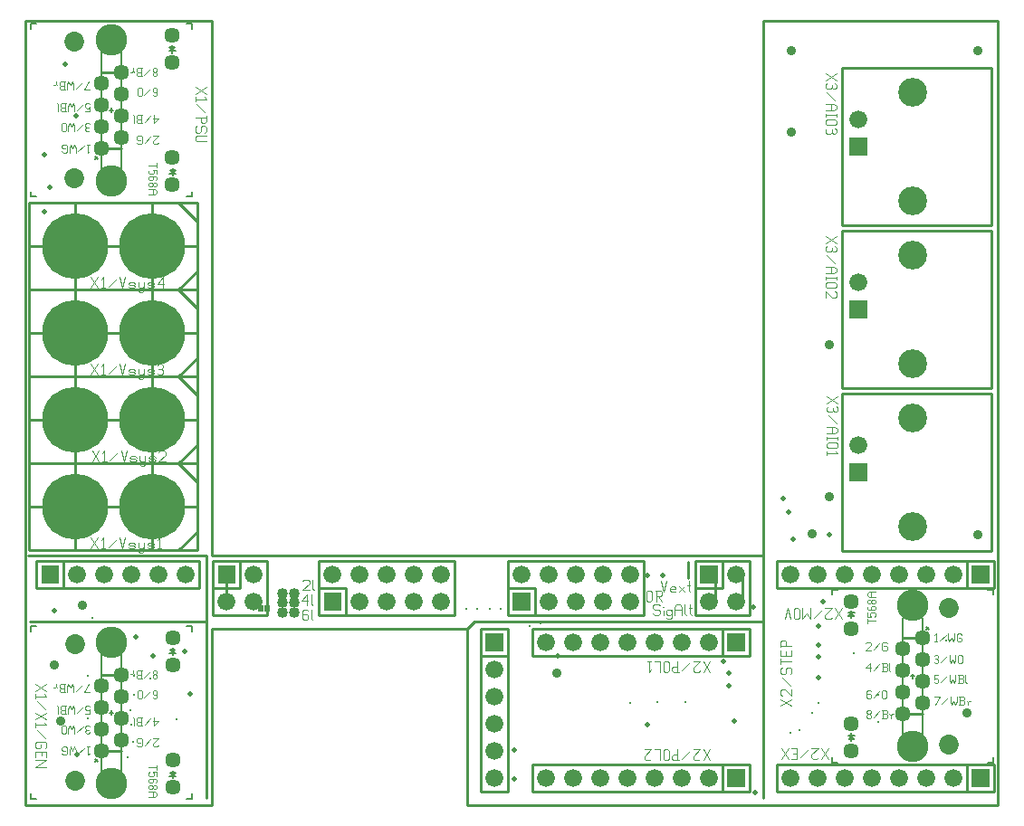
<source format=gbr>
G04 This is an RS-274x file exported by *
G04 gerbv version 2.7.0 *
G04 More information is available about gerbv at *
G04 http://gerbv.geda-project.org/ *
G04 --End of header info--*
%MOIN*%
%FSLAX36Y36*%
%IPPOS*%
G04 --Define apertures--*
%ADD10C,0.0100*%
%ADD11C,0.0060*%
%ADD12C,0.0030*%
%ADD13C,0.0038*%
%ADD14C,0.0040*%
%ADD15C,0.0050*%
%ADD16C,0.0001*%
%ADD17C,0.0660*%
%ADD18C,0.1060*%
%ADD19C,0.0572*%
%ADD20C,0.2422*%
%ADD21C,0.0729*%
%ADD22C,0.1162*%
%ADD23C,0.0400*%
%ADD24C,0.0350*%
%ADD25C,0.0810*%
%ADD26C,0.1870*%
%ADD27C,0.0380*%
%ADD28C,0.0510*%
%ADD29C,0.0940*%
%ADD30C,0.0130*%
%ADD31C,0.0200*%
G04 --Start main section--*
G54D10*
G01X0900000Y1000000D02*
G01X0900000Y0900000D01*
G01X0170000Y1070000D02*
G01X0825000Y1070000D01*
G01X0825000Y1070000D02*
G01X0825000Y0175000D01*
G01X0825000Y0825000D02*
G01X0175000Y0825000D01*
G54D11*
G01X0448580Y0356730D02*
G01X0432830Y0340980D01*
G01X0432830Y0356730D02*
G01X0448580Y0340980D01*
G54D10*
G01X2700000Y1000000D02*
G01X2700000Y0900000D01*
G01X2800000Y1000000D02*
G01X2800000Y0900000D01*
G01X2875000Y1075000D02*
G01X2875000Y0175000D01*
G01X2600000Y0984690D02*
G01X2600000Y1044690D01*
G01X2875000Y0825000D02*
G01X1810310Y0825000D01*
G01X1810310Y0825000D02*
G01X1785000Y0799690D01*
G54D11*
G01X0448580Y2576420D02*
G01X0432830Y2560670D01*
G01X0432830Y2576420D02*
G01X0448580Y2560670D01*
G01X3451420Y0758430D02*
G01X3467170Y0774170D01*
G01X3467170Y0758430D02*
G01X3451420Y0774170D01*
G54D12*
G01X0642260Y0295120D02*
G01X0642260Y0280120D01*
G01X0612260Y0287620D02*
G01X0642260Y0287620D01*
G01X0642260Y0271120D02*
G01X0642260Y0256120D01*
G01X0627260Y0271120D02*
G01X0642260Y0271120D01*
G01X0627260Y0271120D02*
G01X0631010Y0267370D01*
G01X0631010Y0267370D02*
G01X0631010Y0259870D01*
G01X0631010Y0259870D02*
G01X0627260Y0256120D01*
G01X0616010Y0256120D02*
G01X0627260Y0256120D01*
G01X0612260Y0259870D02*
G01X0616010Y0256120D01*
G01X0612260Y0267370D02*
G01X0612260Y0259870D01*
G01X0616010Y0271120D02*
G01X0612260Y0267370D01*
G01X0642260Y0235870D02*
G01X0638510Y0232120D01*
G01X0642260Y0243370D02*
G01X0642260Y0235870D01*
G01X0638510Y0247120D02*
G01X0642260Y0243370D01*
G01X0616010Y0247120D02*
G01X0638510Y0247120D01*
G01X0616010Y0247120D02*
G01X0612260Y0243370D01*
G01X0628760Y0235870D02*
G01X0625010Y0232120D01*
G01X0628760Y0247120D02*
G01X0628760Y0235870D01*
G01X0612260Y0243370D02*
G01X0612260Y0235870D01*
G01X0612260Y0235870D02*
G01X0616010Y0232120D01*
G01X0616010Y0232120D02*
G01X0625010Y0232120D01*
G01X0616010Y0223120D02*
G01X0612260Y0219370D01*
G01X0616010Y0223120D02*
G01X0622010Y0223120D01*
G01X0622010Y0223120D02*
G01X0627260Y0217870D01*
G01X0627260Y0217870D02*
G01X0627260Y0213370D01*
G01X0627260Y0213370D02*
G01X0622010Y0208120D01*
G01X0616010Y0208120D02*
G01X0622010Y0208120D01*
G01X0612260Y0211870D02*
G01X0616010Y0208120D01*
G01X0612260Y0219370D02*
G01X0612260Y0211870D01*
G01X0632510Y0223120D02*
G01X0627260Y0217870D01*
G01X0632510Y0223120D02*
G01X0638510Y0223120D01*
G01X0638510Y0223120D02*
G01X0642260Y0219370D01*
G01X0642260Y0219370D02*
G01X0642260Y0211870D01*
G01X0642260Y0211870D02*
G01X0638510Y0208120D01*
G01X0632510Y0208120D02*
G01X0638510Y0208120D01*
G01X0627260Y0213370D02*
G01X0632510Y0208120D01*
G01X0612260Y0199120D02*
G01X0634760Y0199120D01*
G01X0634760Y0199120D02*
G01X0642260Y0193870D01*
G01X0642260Y0193870D02*
G01X0642260Y0185620D01*
G01X0642260Y0185620D02*
G01X0634760Y0180370D01*
G01X0612260Y0180370D02*
G01X0634760Y0180370D01*
G01X0627260Y0199120D02*
G01X0627260Y0180370D01*
G01X0647200Y0368770D02*
G01X0643450Y0365020D01*
G01X0632200Y0365020D02*
G01X0643450Y0365020D01*
G01X0632200Y0365020D02*
G01X0628450Y0368770D01*
G01X0628450Y0376270D02*
G01X0628450Y0368770D01*
G01X0647200Y0395020D02*
G01X0628450Y0376270D01*
G01X0628450Y0395020D02*
G01X0647200Y0395020D01*
G01X0619450Y0391270D02*
G01X0596950Y0368770D01*
G01X0572950Y0365020D02*
G01X0569200Y0368770D01*
G01X0572950Y0365020D02*
G01X0584200Y0365020D01*
G01X0587950Y0368770D02*
G01X0584200Y0365020D01*
G01X0587950Y0391270D02*
G01X0587950Y0368770D01*
G01X0587950Y0391270D02*
G01X0584200Y0395020D01*
G01X0572950Y0395020D02*
G01X0584200Y0395020D01*
G01X0572950Y0395020D02*
G01X0569200Y0391270D01*
G01X0569200Y0391270D02*
G01X0569200Y0383770D01*
G01X0572950Y0380020D02*
G01X0569200Y0383770D01*
G01X0572950Y0380020D02*
G01X0580450Y0380020D01*
G01X0647200Y0460340D02*
G01X0632200Y0441590D01*
G01X0628450Y0460340D02*
G01X0647200Y0460340D01*
G01X0632200Y0471590D02*
G01X0632200Y0441590D01*
G01X0619450Y0467840D02*
G01X0596950Y0445340D01*
G01X0572950Y0471590D02*
G01X0587950Y0471590D01*
G01X0572950Y0471590D02*
G01X0569200Y0467840D01*
G01X0569200Y0467840D02*
G01X0569200Y0458840D01*
G01X0572950Y0455090D02*
G01X0569200Y0458840D01*
G01X0572950Y0455090D02*
G01X0584200Y0455090D01*
G01X0584200Y0471590D02*
G01X0584200Y0441590D01*
G01X0572950Y0441590D02*
G01X0587950Y0441590D01*
G01X0572950Y0441590D02*
G01X0569200Y0445340D01*
G01X0569200Y0451340D02*
G01X0569200Y0445340D01*
G01X0572950Y0455090D02*
G01X0569200Y0451340D01*
G01X0560200Y0467840D02*
G01X0560200Y0441590D01*
G01X0560200Y0467840D02*
G01X0556450Y0471590D01*
G01X0632020Y0543170D02*
G01X0628270Y0546920D01*
G01X0632020Y0543170D02*
G01X0639520Y0543170D01*
G01X0643270Y0546920D02*
G01X0639520Y0543170D01*
G01X0643270Y0569420D02*
G01X0643270Y0546920D01*
G01X0643270Y0569420D02*
G01X0639520Y0573170D01*
G01X0632020Y0556670D02*
G01X0628270Y0560420D01*
G01X0632020Y0556670D02*
G01X0643270Y0556670D01*
G01X0632020Y0573170D02*
G01X0639520Y0573170D01*
G01X0632020Y0573170D02*
G01X0628270Y0569420D01*
G01X0628270Y0569420D02*
G01X0628270Y0560420D01*
G01X0619270Y0569420D02*
G01X0596770Y0546920D01*
G01X0587770Y0569420D02*
G01X0587770Y0546920D01*
G01X0587770Y0546920D02*
G01X0584020Y0543170D01*
G01X0576520Y0543170D02*
G01X0584020Y0543170D01*
G01X0576520Y0543170D02*
G01X0572770Y0546920D01*
G01X0572770Y0569420D02*
G01X0572770Y0546920D01*
G01X0576520Y0573170D02*
G01X0572770Y0569420D01*
G01X0576520Y0573170D02*
G01X0584020Y0573170D01*
G01X0587770Y0569420D02*
G01X0584020Y0573170D01*
G01X0643270Y0642060D02*
G01X0639520Y0645810D01*
G01X0643270Y0642060D02*
G01X0643270Y0636060D01*
G01X0643270Y0636060D02*
G01X0638020Y0630810D01*
G01X0633520Y0630810D02*
G01X0638020Y0630810D01*
G01X0633520Y0630810D02*
G01X0628270Y0636060D01*
G01X0628270Y0642060D02*
G01X0628270Y0636060D01*
G01X0632020Y0645810D02*
G01X0628270Y0642060D01*
G01X0632020Y0645810D02*
G01X0639520Y0645810D01*
G01X0643270Y0625560D02*
G01X0638020Y0630810D01*
G01X0643270Y0625560D02*
G01X0643270Y0619560D01*
G01X0643270Y0619560D02*
G01X0639520Y0615810D01*
G01X0632020Y0615810D02*
G01X0639520Y0615810D01*
G01X0632020Y0615810D02*
G01X0628270Y0619560D01*
G01X0628270Y0625560D02*
G01X0628270Y0619560D01*
G01X0633520Y0630810D02*
G01X0628270Y0625560D01*
G01X0619270Y0642060D02*
G01X0596770Y0619560D01*
G01X0572770Y0645810D02*
G01X0587770Y0645810D01*
G01X0572770Y0645810D02*
G01X0569020Y0642060D01*
G01X0569020Y0642060D02*
G01X0569020Y0633060D01*
G01X0572770Y0629310D02*
G01X0569020Y0633060D01*
G01X0572770Y0629310D02*
G01X0584020Y0629310D01*
G01X0584020Y0645810D02*
G01X0584020Y0615810D01*
G01X0572770Y0615810D02*
G01X0587770Y0615810D01*
G01X0572770Y0615810D02*
G01X0569020Y0619560D01*
G01X0569020Y0625560D02*
G01X0569020Y0619560D01*
G01X0572770Y0629310D02*
G01X0569020Y0625560D01*
G01X0556270Y0645810D02*
G01X0556270Y0634560D01*
G01X0556270Y0634560D02*
G01X0552520Y0630810D01*
G01X0545020Y0630810D02*
G01X0552520Y0630810D01*
G01X0560020Y0630810D02*
G01X0556270Y0634560D01*
G54D13*
G01X1194400Y0870400D02*
G01X1199200Y0865600D01*
G01X1184800Y0870400D02*
G01X1194400Y0870400D01*
G01X1180000Y0865600D02*
G01X1184800Y0870400D01*
G01X1180000Y0865600D02*
G01X1180000Y0836800D01*
G01X1180000Y0836800D02*
G01X1184800Y0832000D01*
G01X1194400Y0853120D02*
G01X1199200Y0848320D01*
G01X1180000Y0853120D02*
G01X1194400Y0853120D01*
G01X1184800Y0832000D02*
G01X1194400Y0832000D01*
G01X1194400Y0832000D02*
G01X1199200Y0836800D01*
G01X1199200Y0848320D02*
G01X1199200Y0836800D01*
G01X1210720Y0870400D02*
G01X1210720Y0836800D01*
G01X1210720Y0836800D02*
G01X1215520Y0832000D01*
G01X1175000Y0901050D02*
G01X1194400Y0925300D01*
G01X1175000Y0901050D02*
G01X1199250Y0901050D01*
G01X1194400Y0925300D02*
G01X1194400Y0886500D01*
G01X1210890Y0925300D02*
G01X1210890Y0891350D01*
G01X1210890Y0891350D02*
G01X1215740Y0886500D01*
G01X1180000Y0975600D02*
G01X1184800Y0980400D01*
G01X1184800Y0980400D02*
G01X1199200Y0980400D01*
G01X1199200Y0980400D02*
G01X1204000Y0975600D01*
G01X1204000Y0975600D02*
G01X1204000Y0966000D01*
G01X1180000Y0942000D02*
G01X1204000Y0966000D01*
G01X1180000Y0942000D02*
G01X1204000Y0942000D01*
G01X1215520Y0980400D02*
G01X1215520Y0946800D01*
G01X1215520Y0946800D02*
G01X1220320Y0942000D01*
G54D12*
G01X0395430Y2560000D02*
G01X0389430Y2554000D01*
G01X0389430Y2584000D02*
G01X0389430Y2554000D01*
G01X0384180Y2584000D02*
G01X0395430Y2584000D01*
G01X0375180Y2580250D02*
G01X0352680Y2557750D01*
G01X0343680Y2569000D02*
G01X0343680Y2554000D01*
G01X0343680Y2569000D02*
G01X0339930Y2584000D01*
G01X0339930Y2584000D02*
G01X0332430Y2569000D01*
G01X0332430Y2569000D02*
G01X0324930Y2584000D01*
G01X0324930Y2584000D02*
G01X0321180Y2569000D01*
G01X0321180Y2569000D02*
G01X0321180Y2554000D01*
G01X0297180Y2554000D02*
G01X0293430Y2557750D01*
G01X0297180Y2554000D02*
G01X0308430Y2554000D01*
G01X0312180Y2557750D02*
G01X0308430Y2554000D01*
G01X0312180Y2580250D02*
G01X0312180Y2557750D01*
G01X0312180Y2580250D02*
G01X0308430Y2584000D01*
G01X0297180Y2584000D02*
G01X0308430Y2584000D01*
G01X0297180Y2584000D02*
G01X0293430Y2580250D01*
G01X0293430Y2580250D02*
G01X0293430Y2572750D01*
G01X0297180Y2569000D02*
G01X0293430Y2572750D01*
G01X0297180Y2569000D02*
G01X0304680Y2569000D01*
G01X0394840Y2637270D02*
G01X0391090Y2633520D01*
G01X0383590Y2633520D02*
G01X0391090Y2633520D01*
G01X0383590Y2633520D02*
G01X0379840Y2637270D01*
G01X0383590Y2663520D02*
G01X0379840Y2659770D01*
G01X0383590Y2663520D02*
G01X0391090Y2663520D01*
G01X0394840Y2659770D02*
G01X0391090Y2663520D01*
G01X0383590Y2647020D02*
G01X0391090Y2647020D01*
G01X0379840Y2643270D02*
G01X0379840Y2637270D01*
G01X0379840Y2659770D02*
G01X0379840Y2650770D01*
G01X0379840Y2650770D02*
G01X0383590Y2647020D01*
G01X0379840Y2643270D02*
G01X0383590Y2647020D01*
G01X0370840Y2659770D02*
G01X0348340Y2637270D01*
G01X0339340Y2648520D02*
G01X0339340Y2633520D01*
G01X0339340Y2648520D02*
G01X0335590Y2663520D01*
G01X0335590Y2663520D02*
G01X0328090Y2648520D01*
G01X0328090Y2648520D02*
G01X0320590Y2663520D01*
G01X0320590Y2663520D02*
G01X0316840Y2648520D01*
G01X0316840Y2648520D02*
G01X0316840Y2633520D01*
G01X0307840Y2659770D02*
G01X0307840Y2637270D01*
G01X0307840Y2637270D02*
G01X0304090Y2633520D01*
G01X0296590Y2633520D02*
G01X0304090Y2633520D01*
G01X0296590Y2633520D02*
G01X0292840Y2637270D01*
G01X0292840Y2659770D02*
G01X0292840Y2637270D01*
G01X0296590Y2663520D02*
G01X0292840Y2659770D01*
G01X0296590Y2663520D02*
G01X0304090Y2663520D01*
G01X0307840Y2659770D02*
G01X0304090Y2663520D01*
G01X0379840Y2706160D02*
G01X0394840Y2706160D01*
G01X0394840Y2721160D02*
G01X0394840Y2706160D01*
G01X0394840Y2721160D02*
G01X0391090Y2717410D01*
G01X0383590Y2717410D02*
G01X0391090Y2717410D01*
G01X0383590Y2717410D02*
G01X0379840Y2721160D01*
G01X0379840Y2732410D02*
G01X0379840Y2721160D01*
G01X0383590Y2736160D02*
G01X0379840Y2732410D01*
G01X0383590Y2736160D02*
G01X0391090Y2736160D01*
G01X0394840Y2732410D02*
G01X0391090Y2736160D01*
G01X0370840Y2732410D02*
G01X0348340Y2709910D01*
G01X0339340Y2721160D02*
G01X0339340Y2706160D01*
G01X0339340Y2721160D02*
G01X0335590Y2736160D01*
G01X0335590Y2736160D02*
G01X0328090Y2721160D01*
G01X0328090Y2721160D02*
G01X0320590Y2736160D01*
G01X0320590Y2736160D02*
G01X0316840Y2721160D01*
G01X0316840Y2721160D02*
G01X0316840Y2706160D01*
G01X0292840Y2736160D02*
G01X0307840Y2736160D01*
G01X0292840Y2736160D02*
G01X0289090Y2732410D01*
G01X0289090Y2732410D02*
G01X0289090Y2723410D01*
G01X0292840Y2719660D02*
G01X0289090Y2723410D01*
G01X0292840Y2719660D02*
G01X0304090Y2719660D01*
G01X0304090Y2736160D02*
G01X0304090Y2706160D01*
G01X0292840Y2706160D02*
G01X0307840Y2706160D01*
G01X0292840Y2706160D02*
G01X0289090Y2709910D01*
G01X0289090Y2715910D02*
G01X0289090Y2709910D01*
G01X0292840Y2719660D02*
G01X0289090Y2715910D01*
G01X0280090Y2732410D02*
G01X0280090Y2706160D01*
G01X0280090Y2732410D02*
G01X0276340Y2736160D01*
G01X0642260Y2514800D02*
G01X0642260Y2499800D01*
G01X0612260Y2507300D02*
G01X0642260Y2507300D01*
G01X0642260Y2490800D02*
G01X0642260Y2475800D01*
G01X0627260Y2490800D02*
G01X0642260Y2490800D01*
G01X0627260Y2490800D02*
G01X0631010Y2487050D01*
G01X0631010Y2487050D02*
G01X0631010Y2479550D01*
G01X0631010Y2479550D02*
G01X0627260Y2475800D01*
G01X0616010Y2475800D02*
G01X0627260Y2475800D01*
G01X0612260Y2479550D02*
G01X0616010Y2475800D01*
G01X0612260Y2487050D02*
G01X0612260Y2479550D01*
G01X0616010Y2490800D02*
G01X0612260Y2487050D01*
G01X0642260Y2455550D02*
G01X0638510Y2451800D01*
G01X0642260Y2463050D02*
G01X0642260Y2455550D01*
G01X0638510Y2466800D02*
G01X0642260Y2463050D01*
G01X0616010Y2466800D02*
G01X0638510Y2466800D01*
G01X0616010Y2466800D02*
G01X0612260Y2463050D01*
G01X0628760Y2455550D02*
G01X0625010Y2451800D01*
G01X0628760Y2466800D02*
G01X0628760Y2455550D01*
G01X0612260Y2463050D02*
G01X0612260Y2455550D01*
G01X0612260Y2455550D02*
G01X0616010Y2451800D01*
G01X0616010Y2451800D02*
G01X0625010Y2451800D01*
G01X0616010Y2442800D02*
G01X0612260Y2439050D01*
G01X0616010Y2442800D02*
G01X0622010Y2442800D01*
G01X0622010Y2442800D02*
G01X0627260Y2437550D01*
G01X0627260Y2437550D02*
G01X0627260Y2433050D01*
G01X0627260Y2433050D02*
G01X0622010Y2427800D01*
G01X0616010Y2427800D02*
G01X0622010Y2427800D01*
G01X0612260Y2431550D02*
G01X0616010Y2427800D01*
G01X0612260Y2439050D02*
G01X0612260Y2431550D01*
G01X0632510Y2442800D02*
G01X0627260Y2437550D01*
G01X0632510Y2442800D02*
G01X0638510Y2442800D01*
G01X0638510Y2442800D02*
G01X0642260Y2439050D01*
G01X0642260Y2439050D02*
G01X0642260Y2431550D01*
G01X0642260Y2431550D02*
G01X0638510Y2427800D01*
G01X0632510Y2427800D02*
G01X0638510Y2427800D01*
G01X0627260Y2433050D02*
G01X0632510Y2427800D01*
G01X0612260Y2418800D02*
G01X0634760Y2418800D01*
G01X0634760Y2418800D02*
G01X0642260Y2413550D01*
G01X0642260Y2413550D02*
G01X0642260Y2405300D01*
G01X0642260Y2405300D02*
G01X0634760Y2400050D01*
G01X0612260Y2400050D02*
G01X0634760Y2400050D01*
G01X0627260Y2418800D02*
G01X0627260Y2400050D01*
G01X0647200Y2588450D02*
G01X0643450Y2584700D01*
G01X0632200Y2584700D02*
G01X0643450Y2584700D01*
G01X0632200Y2584700D02*
G01X0628450Y2588450D01*
G01X0628450Y2595950D02*
G01X0628450Y2588450D01*
G01X0647200Y2614700D02*
G01X0628450Y2595950D01*
G01X0628450Y2614700D02*
G01X0647200Y2614700D01*
G01X0619450Y2610950D02*
G01X0596950Y2588450D01*
G01X0572950Y2584700D02*
G01X0569200Y2588450D01*
G01X0572950Y2584700D02*
G01X0584200Y2584700D01*
G01X0587950Y2588450D02*
G01X0584200Y2584700D01*
G01X0587950Y2610950D02*
G01X0587950Y2588450D01*
G01X0587950Y2610950D02*
G01X0584200Y2614700D01*
G01X0572950Y2614700D02*
G01X0584200Y2614700D01*
G01X0572950Y2614700D02*
G01X0569200Y2610950D01*
G01X0569200Y2610950D02*
G01X0569200Y2603450D01*
G01X0572950Y2599700D02*
G01X0569200Y2603450D01*
G01X0572950Y2599700D02*
G01X0580450Y2599700D01*
G01X0647200Y2680030D02*
G01X0632200Y2661280D01*
G01X0628450Y2680030D02*
G01X0647200Y2680030D01*
G01X0632200Y2691280D02*
G01X0632200Y2661280D01*
G01X0619450Y2687530D02*
G01X0596950Y2665030D01*
G01X0572950Y2691280D02*
G01X0587950Y2691280D01*
G01X0572950Y2691280D02*
G01X0569200Y2687530D01*
G01X0569200Y2687530D02*
G01X0569200Y2678530D01*
G01X0572950Y2674780D02*
G01X0569200Y2678530D01*
G01X0572950Y2674780D02*
G01X0584200Y2674780D01*
G01X0584200Y2691280D02*
G01X0584200Y2661280D01*
G01X0572950Y2661280D02*
G01X0587950Y2661280D01*
G01X0572950Y2661280D02*
G01X0569200Y2665030D01*
G01X0569200Y2671030D02*
G01X0569200Y2665030D01*
G01X0572950Y2674780D02*
G01X0569200Y2671030D01*
G01X0560200Y2687530D02*
G01X0560200Y2661280D01*
G01X0560200Y2687530D02*
G01X0556450Y2691280D01*
G01X0632020Y2762850D02*
G01X0628270Y2766600D01*
G01X0632020Y2762850D02*
G01X0639520Y2762850D01*
G01X0643270Y2766600D02*
G01X0639520Y2762850D01*
G01X0643270Y2789100D02*
G01X0643270Y2766600D01*
G01X0643270Y2789100D02*
G01X0639520Y2792850D01*
G01X0632020Y2776350D02*
G01X0628270Y2780100D01*
G01X0632020Y2776350D02*
G01X0643270Y2776350D01*
G01X0632020Y2792850D02*
G01X0639520Y2792850D01*
G01X0632020Y2792850D02*
G01X0628270Y2789100D01*
G01X0628270Y2789100D02*
G01X0628270Y2780100D01*
G01X0619270Y2789100D02*
G01X0596770Y2766600D01*
G01X0587770Y2789100D02*
G01X0587770Y2766600D01*
G01X0587770Y2766600D02*
G01X0584020Y2762850D01*
G01X0576520Y2762850D02*
G01X0584020Y2762850D01*
G01X0576520Y2762850D02*
G01X0572770Y2766600D01*
G01X0572770Y2789100D02*
G01X0572770Y2766600D01*
G01X0576520Y2792850D02*
G01X0572770Y2789100D01*
G01X0576520Y2792850D02*
G01X0584020Y2792850D01*
G01X0587770Y2789100D02*
G01X0584020Y2792850D01*
G01X0391090Y2816670D02*
G01X0376090Y2786670D01*
G01X0376090Y2786670D02*
G01X0394840Y2786670D01*
G01X0367090Y2812920D02*
G01X0344590Y2790420D01*
G01X0335590Y2801670D02*
G01X0335590Y2786670D01*
G01X0335590Y2801670D02*
G01X0331840Y2816670D01*
G01X0331840Y2816670D02*
G01X0324340Y2801670D01*
G01X0324340Y2801670D02*
G01X0316840Y2816670D01*
G01X0316840Y2816670D02*
G01X0313090Y2801670D01*
G01X0313090Y2801670D02*
G01X0313090Y2786670D01*
G01X0289090Y2816670D02*
G01X0304090Y2816670D01*
G01X0289090Y2816670D02*
G01X0285340Y2812920D01*
G01X0285340Y2812920D02*
G01X0285340Y2803920D01*
G01X0289090Y2800170D02*
G01X0285340Y2803920D01*
G01X0289090Y2800170D02*
G01X0300340Y2800170D01*
G01X0300340Y2816670D02*
G01X0300340Y2786670D01*
G01X0289090Y2786670D02*
G01X0304090Y2786670D01*
G01X0289090Y2786670D02*
G01X0285340Y2790420D01*
G01X0285340Y2796420D02*
G01X0285340Y2790420D01*
G01X0289090Y2800170D02*
G01X0285340Y2796420D01*
G01X0272590Y2816670D02*
G01X0272590Y2805420D01*
G01X0272590Y2805420D02*
G01X0268840Y2801670D01*
G01X0261340Y2801670D02*
G01X0268840Y2801670D01*
G01X0276340Y2801670D02*
G01X0272590Y2805420D01*
G01X0643270Y2861740D02*
G01X0639520Y2865490D01*
G01X0643270Y2861740D02*
G01X0643270Y2855740D01*
G01X0643270Y2855740D02*
G01X0638020Y2850490D01*
G01X0633520Y2850490D02*
G01X0638020Y2850490D01*
G01X0633520Y2850490D02*
G01X0628270Y2855740D01*
G01X0628270Y2861740D02*
G01X0628270Y2855740D01*
G01X0632020Y2865490D02*
G01X0628270Y2861740D01*
G01X0632020Y2865490D02*
G01X0639520Y2865490D01*
G01X0643270Y2845240D02*
G01X0638020Y2850490D01*
G01X0643270Y2845240D02*
G01X0643270Y2839240D01*
G01X0643270Y2839240D02*
G01X0639520Y2835490D01*
G01X0632020Y2835490D02*
G01X0639520Y2835490D01*
G01X0632020Y2835490D02*
G01X0628270Y2839240D01*
G01X0628270Y2845240D02*
G01X0628270Y2839240D01*
G01X0633520Y2850490D02*
G01X0628270Y2845240D01*
G01X0619270Y2861740D02*
G01X0596770Y2839240D01*
G01X0572770Y2865490D02*
G01X0587770Y2865490D01*
G01X0572770Y2865490D02*
G01X0569020Y2861740D01*
G01X0569020Y2861740D02*
G01X0569020Y2852740D01*
G01X0572770Y2848990D02*
G01X0569020Y2852740D01*
G01X0572770Y2848990D02*
G01X0584020Y2848990D01*
G01X0584020Y2865490D02*
G01X0584020Y2835490D01*
G01X0572770Y2835490D02*
G01X0587770Y2835490D01*
G01X0572770Y2835490D02*
G01X0569020Y2839240D01*
G01X0569020Y2845240D02*
G01X0569020Y2839240D01*
G01X0572770Y2848990D02*
G01X0569020Y2845240D01*
G01X0556270Y2865490D02*
G01X0556270Y2854240D01*
G01X0556270Y2854240D02*
G01X0552520Y2850490D01*
G01X0545020Y2850490D02*
G01X0552520Y2850490D01*
G01X0560020Y2850490D02*
G01X0556270Y2854240D01*
G01X0395430Y0340310D02*
G01X0389430Y0334310D01*
G01X0389430Y0364310D02*
G01X0389430Y0334310D01*
G01X0384180Y0364310D02*
G01X0395430Y0364310D01*
G01X0375180Y0360560D02*
G01X0352680Y0338060D01*
G01X0343680Y0349310D02*
G01X0343680Y0334310D01*
G01X0343680Y0349310D02*
G01X0339930Y0364310D01*
G01X0339930Y0364310D02*
G01X0332430Y0349310D01*
G01X0332430Y0349310D02*
G01X0324930Y0364310D01*
G01X0324930Y0364310D02*
G01X0321180Y0349310D01*
G01X0321180Y0349310D02*
G01X0321180Y0334310D01*
G01X0297180Y0334310D02*
G01X0293430Y0338060D01*
G01X0297180Y0334310D02*
G01X0308430Y0334310D01*
G01X0312180Y0338060D02*
G01X0308430Y0334310D01*
G01X0312180Y0360560D02*
G01X0312180Y0338060D01*
G01X0312180Y0360560D02*
G01X0308430Y0364310D01*
G01X0297180Y0364310D02*
G01X0308430Y0364310D01*
G01X0297180Y0364310D02*
G01X0293430Y0360560D01*
G01X0293430Y0360560D02*
G01X0293430Y0353060D01*
G01X0297180Y0349310D02*
G01X0293430Y0353060D01*
G01X0297180Y0349310D02*
G01X0304680Y0349310D01*
G01X0394840Y0417590D02*
G01X0391090Y0413840D01*
G01X0383590Y0413840D02*
G01X0391090Y0413840D01*
G01X0383590Y0413840D02*
G01X0379840Y0417590D01*
G01X0383590Y0443840D02*
G01X0379840Y0440090D01*
G01X0383590Y0443840D02*
G01X0391090Y0443840D01*
G01X0394840Y0440090D02*
G01X0391090Y0443840D01*
G01X0383590Y0427340D02*
G01X0391090Y0427340D01*
G01X0379840Y0423590D02*
G01X0379840Y0417590D01*
G01X0379840Y0440090D02*
G01X0379840Y0431090D01*
G01X0379840Y0431090D02*
G01X0383590Y0427340D01*
G01X0379840Y0423590D02*
G01X0383590Y0427340D01*
G01X0370840Y0440090D02*
G01X0348340Y0417590D01*
G01X0339340Y0428840D02*
G01X0339340Y0413840D01*
G01X0339340Y0428840D02*
G01X0335590Y0443840D01*
G01X0335590Y0443840D02*
G01X0328090Y0428840D01*
G01X0328090Y0428840D02*
G01X0320590Y0443840D01*
G01X0320590Y0443840D02*
G01X0316840Y0428840D01*
G01X0316840Y0428840D02*
G01X0316840Y0413840D01*
G01X0307840Y0440090D02*
G01X0307840Y0417590D01*
G01X0307840Y0417590D02*
G01X0304090Y0413840D01*
G01X0296590Y0413840D02*
G01X0304090Y0413840D01*
G01X0296590Y0413840D02*
G01X0292840Y0417590D01*
G01X0292840Y0440090D02*
G01X0292840Y0417590D01*
G01X0296590Y0443840D02*
G01X0292840Y0440090D01*
G01X0296590Y0443840D02*
G01X0304090Y0443840D01*
G01X0307840Y0440090D02*
G01X0304090Y0443840D01*
G01X0379840Y0486480D02*
G01X0394840Y0486480D01*
G01X0394840Y0501480D02*
G01X0394840Y0486480D01*
G01X0394840Y0501480D02*
G01X0391090Y0497730D01*
G01X0383590Y0497730D02*
G01X0391090Y0497730D01*
G01X0383590Y0497730D02*
G01X0379840Y0501480D01*
G01X0379840Y0512730D02*
G01X0379840Y0501480D01*
G01X0383590Y0516480D02*
G01X0379840Y0512730D01*
G01X0383590Y0516480D02*
G01X0391090Y0516480D01*
G01X0394840Y0512730D02*
G01X0391090Y0516480D01*
G01X0370840Y0512730D02*
G01X0348340Y0490230D01*
G01X0339340Y0501480D02*
G01X0339340Y0486480D01*
G01X0339340Y0501480D02*
G01X0335590Y0516480D01*
G01X0335590Y0516480D02*
G01X0328090Y0501480D01*
G01X0328090Y0501480D02*
G01X0320590Y0516480D01*
G01X0320590Y0516480D02*
G01X0316840Y0501480D01*
G01X0316840Y0501480D02*
G01X0316840Y0486480D01*
G01X0292840Y0516480D02*
G01X0307840Y0516480D01*
G01X0292840Y0516480D02*
G01X0289090Y0512730D01*
G01X0289090Y0512730D02*
G01X0289090Y0503730D01*
G01X0292840Y0499980D02*
G01X0289090Y0503730D01*
G01X0292840Y0499980D02*
G01X0304090Y0499980D01*
G01X0304090Y0516480D02*
G01X0304090Y0486480D01*
G01X0292840Y0486480D02*
G01X0307840Y0486480D01*
G01X0292840Y0486480D02*
G01X0289090Y0490230D01*
G01X0289090Y0496230D02*
G01X0289090Y0490230D01*
G01X0292840Y0499980D02*
G01X0289090Y0496230D01*
G01X0280090Y0512730D02*
G01X0280090Y0486480D01*
G01X0280090Y0512730D02*
G01X0276340Y0516480D01*
G01X0391090Y0596990D02*
G01X0376090Y0566990D01*
G01X0376090Y0566990D02*
G01X0394840Y0566990D01*
G01X0367090Y0593240D02*
G01X0344590Y0570740D01*
G01X0335590Y0581990D02*
G01X0335590Y0566990D01*
G01X0335590Y0581990D02*
G01X0331840Y0596990D01*
G01X0331840Y0596990D02*
G01X0324340Y0581990D01*
G01X0324340Y0581990D02*
G01X0316840Y0596990D01*
G01X0316840Y0596990D02*
G01X0313090Y0581990D01*
G01X0313090Y0581990D02*
G01X0313090Y0566990D01*
G01X0289090Y0596990D02*
G01X0304090Y0596990D01*
G01X0289090Y0596990D02*
G01X0285340Y0593240D01*
G01X0285340Y0593240D02*
G01X0285340Y0584240D01*
G01X0289090Y0580490D02*
G01X0285340Y0584240D01*
G01X0289090Y0580490D02*
G01X0300340Y0580490D01*
G01X0300340Y0596990D02*
G01X0300340Y0566990D01*
G01X0289090Y0566990D02*
G01X0304090Y0566990D01*
G01X0289090Y0566990D02*
G01X0285340Y0570740D01*
G01X0285340Y0576740D02*
G01X0285340Y0570740D01*
G01X0289090Y0580490D02*
G01X0285340Y0576740D01*
G01X0272590Y0596990D02*
G01X0272590Y0585740D01*
G01X0272590Y0585740D02*
G01X0268840Y0581990D01*
G01X0261340Y0581990D02*
G01X0268840Y0581990D01*
G01X0276340Y0581990D02*
G01X0272590Y0585740D01*
G01X3257740Y0835040D02*
G01X3257740Y0820040D01*
G01X3257740Y0827540D02*
G01X3287740Y0827540D01*
G01X3257740Y0859040D02*
G01X3257740Y0844040D01*
G01X3257740Y0844040D02*
G01X3272740Y0844040D01*
G01X3272740Y0844040D02*
G01X3268990Y0847790D01*
G01X3268990Y0855290D02*
G01X3268990Y0847790D01*
G01X3268990Y0855290D02*
G01X3272740Y0859040D01*
G01X3272740Y0859040D02*
G01X3283990Y0859040D01*
G01X3287740Y0855290D02*
G01X3283990Y0859040D01*
G01X3287740Y0855290D02*
G01X3287740Y0847790D01*
G01X3283990Y0844040D02*
G01X3287740Y0847790D01*
G01X3257740Y0879290D02*
G01X3261490Y0883040D01*
G01X3257740Y0879290D02*
G01X3257740Y0871790D01*
G01X3261490Y0868040D02*
G01X3257740Y0871790D01*
G01X3261490Y0868040D02*
G01X3283990Y0868040D01*
G01X3283990Y0868040D02*
G01X3287740Y0871790D01*
G01X3271240Y0879290D02*
G01X3274990Y0883040D01*
G01X3271240Y0879290D02*
G01X3271240Y0868040D01*
G01X3287740Y0879290D02*
G01X3287740Y0871790D01*
G01X3287740Y0879290D02*
G01X3283990Y0883040D01*
G01X3274990Y0883040D02*
G01X3283990Y0883040D01*
G01X3283990Y0892040D02*
G01X3287740Y0895790D01*
G01X3277990Y0892040D02*
G01X3283990Y0892040D01*
G01X3277990Y0892040D02*
G01X3272740Y0897290D01*
G01X3272740Y0901790D02*
G01X3272740Y0897290D01*
G01X3272740Y0901790D02*
G01X3277990Y0907040D01*
G01X3277990Y0907040D02*
G01X3283990Y0907040D01*
G01X3287740Y0903290D02*
G01X3283990Y0907040D01*
G01X3287740Y0903290D02*
G01X3287740Y0895790D01*
G01X3267490Y0892040D02*
G01X3272740Y0897290D01*
G01X3261490Y0892040D02*
G01X3267490Y0892040D01*
G01X3261490Y0892040D02*
G01X3257740Y0895790D01*
G01X3257740Y0903290D02*
G01X3257740Y0895790D01*
G01X3257740Y0903290D02*
G01X3261490Y0907040D01*
G01X3261490Y0907040D02*
G01X3267490Y0907040D01*
G01X3272740Y0901790D02*
G01X3267490Y0907040D01*
G01X3265240Y0916040D02*
G01X3287740Y0916040D01*
G01X3265240Y0916040D02*
G01X3257740Y0921290D01*
G01X3257740Y0929540D02*
G01X3257740Y0921290D01*
G01X3257740Y0929540D02*
G01X3265240Y0934790D01*
G01X3265240Y0934790D02*
G01X3287740Y0934790D01*
G01X3272740Y0934790D02*
G01X3272740Y0916040D01*
G01X3504570Y0774850D02*
G01X3510570Y0780850D01*
G01X3510570Y0780850D02*
G01X3510570Y0750850D01*
G01X3504570Y0750850D02*
G01X3515820Y0750850D01*
G01X3524820Y0754600D02*
G01X3547320Y0777100D01*
G01X3556320Y0780850D02*
G01X3556320Y0765850D01*
G01X3556320Y0765850D02*
G01X3560070Y0750850D01*
G01X3560070Y0750850D02*
G01X3567570Y0765850D01*
G01X3567570Y0765850D02*
G01X3575070Y0750850D01*
G01X3575070Y0750850D02*
G01X3578820Y0765850D01*
G01X3578820Y0780850D02*
G01X3578820Y0765850D01*
G01X3602820Y0780850D02*
G01X3606570Y0777100D01*
G01X3591570Y0780850D02*
G01X3602820Y0780850D01*
G01X3587820Y0777100D02*
G01X3591570Y0780850D01*
G01X3587820Y0777100D02*
G01X3587820Y0754600D01*
G01X3587820Y0754600D02*
G01X3591570Y0750850D01*
G01X3591570Y0750850D02*
G01X3602820Y0750850D01*
G01X3602820Y0750850D02*
G01X3606570Y0754600D01*
G01X3606570Y0762100D02*
G01X3606570Y0754600D01*
G01X3602820Y0765850D02*
G01X3606570Y0762100D01*
G01X3595320Y0765850D02*
G01X3602820Y0765850D01*
G01X3252800Y0746390D02*
G01X3256550Y0750140D01*
G01X3256550Y0750140D02*
G01X3267800Y0750140D01*
G01X3267800Y0750140D02*
G01X3271550Y0746390D01*
G01X3271550Y0746390D02*
G01X3271550Y0738890D01*
G01X3252800Y0720140D02*
G01X3271550Y0738890D01*
G01X3252800Y0720140D02*
G01X3271550Y0720140D01*
G01X3280550Y0723890D02*
G01X3303050Y0746390D01*
G01X3327050Y0750140D02*
G01X3330800Y0746390D01*
G01X3315800Y0750140D02*
G01X3327050Y0750140D01*
G01X3312050Y0746390D02*
G01X3315800Y0750140D01*
G01X3312050Y0746390D02*
G01X3312050Y0723890D01*
G01X3312050Y0723890D02*
G01X3315800Y0720140D01*
G01X3315800Y0720140D02*
G01X3327050Y0720140D01*
G01X3327050Y0720140D02*
G01X3330800Y0723890D01*
G01X3330800Y0731390D02*
G01X3330800Y0723890D01*
G01X3327050Y0735140D02*
G01X3330800Y0731390D01*
G01X3319550Y0735140D02*
G01X3327050Y0735140D01*
G54D14*
G01X2500000Y0974690D02*
G01X2510000Y0934690D01*
G01X2510000Y0934690D02*
G01X2520000Y0974690D01*
G01X2537000Y0934690D02*
G01X2552000Y0934690D01*
G01X2532000Y0939690D02*
G01X2537000Y0934690D01*
G01X2532000Y0949690D02*
G01X2532000Y0939690D01*
G01X2532000Y0949690D02*
G01X2537000Y0954690D01*
G01X2537000Y0954690D02*
G01X2547000Y0954690D01*
G01X2547000Y0954690D02*
G01X2552000Y0949690D01*
G01X2532000Y0944690D02*
G01X2552000Y0944690D01*
G01X2552000Y0949690D02*
G01X2552000Y0944690D01*
G01X2564000Y0954690D02*
G01X2584000Y0934690D01*
G01X2564000Y0934690D02*
G01X2584000Y0954690D01*
G01X2601000Y0974690D02*
G01X2601000Y0939690D01*
G01X2601000Y0939690D02*
G01X2606000Y0934690D01*
G01X2596000Y0959690D02*
G01X2606000Y0959690D01*
G01X2445000Y0934690D02*
G01X2445000Y0904690D01*
G01X2445000Y0934690D02*
G01X2450000Y0939690D01*
G01X2450000Y0939690D02*
G01X2460000Y0939690D01*
G01X2460000Y0939690D02*
G01X2465000Y0934690D01*
G01X2465000Y0934690D02*
G01X2465000Y0904690D01*
G01X2460000Y0899690D02*
G01X2465000Y0904690D01*
G01X2450000Y0899690D02*
G01X2460000Y0899690D01*
G01X2445000Y0904690D02*
G01X2450000Y0899690D01*
G01X2477000Y0939690D02*
G01X2497000Y0939690D01*
G01X2497000Y0939690D02*
G01X2502000Y0934690D01*
G01X2502000Y0934690D02*
G01X2502000Y0924690D01*
G01X2497000Y0919690D02*
G01X2502000Y0924690D01*
G01X2482000Y0919690D02*
G01X2497000Y0919690D01*
G01X2482000Y0939690D02*
G01X2482000Y0899690D01*
G01X2490000Y0919690D02*
G01X2502000Y0899690D01*
G01X2490000Y0889690D02*
G01X2495000Y0884690D01*
G01X2475000Y0889690D02*
G01X2490000Y0889690D01*
G01X2470000Y0884690D02*
G01X2475000Y0889690D01*
G01X2470000Y0884690D02*
G01X2470000Y0874690D01*
G01X2470000Y0874690D02*
G01X2475000Y0869690D01*
G01X2475000Y0869690D02*
G01X2490000Y0869690D01*
G01X2490000Y0869690D02*
G01X2495000Y0864690D01*
G01X2495000Y0864690D02*
G01X2495000Y0854690D01*
G01X2490000Y0849690D02*
G01X2495000Y0854690D01*
G01X2475000Y0849690D02*
G01X2490000Y0849690D01*
G01X2470000Y0854690D02*
G01X2475000Y0849690D01*
G54D15*
G01X2507000Y0879690D02*
G01X2507000Y0878690D01*
G54D14*
G01X2507000Y0864690D02*
G01X2507000Y0849690D01*
G01X2532000Y0869690D02*
G01X2537000Y0864690D01*
G01X2522000Y0869690D02*
G01X2532000Y0869690D01*
G01X2517000Y0864690D02*
G01X2522000Y0869690D01*
G01X2517000Y0864690D02*
G01X2517000Y0854690D01*
G01X2517000Y0854690D02*
G01X2522000Y0849690D01*
G01X2522000Y0849690D02*
G01X2532000Y0849690D01*
G01X2532000Y0849690D02*
G01X2537000Y0854690D01*
G01X2517000Y0839690D02*
G01X2522000Y0834690D01*
G01X2522000Y0834690D02*
G01X2532000Y0834690D01*
G01X2532000Y0834690D02*
G01X2537000Y0839690D01*
G01X2537000Y0869690D02*
G01X2537000Y0839690D01*
G01X2549000Y0879690D02*
G01X2549000Y0849690D01*
G01X2549000Y0879690D02*
G01X2556000Y0889690D01*
G01X2556000Y0889690D02*
G01X2567000Y0889690D01*
G01X2567000Y0889690D02*
G01X2574000Y0879690D01*
G01X2574000Y0879690D02*
G01X2574000Y0849690D01*
G01X2549000Y0869690D02*
G01X2574000Y0869690D01*
G01X2586000Y0889690D02*
G01X2586000Y0854690D01*
G01X2586000Y0854690D02*
G01X2591000Y0849690D01*
G01X2606000Y0889690D02*
G01X2606000Y0854690D01*
G01X2606000Y0854690D02*
G01X2611000Y0849690D01*
G01X2601000Y0874690D02*
G01X2611000Y0874690D01*
G54D12*
G01X3505160Y0697570D02*
G01X3508910Y0701320D01*
G01X3508910Y0701320D02*
G01X3516410Y0701320D01*
G01X3516410Y0701320D02*
G01X3520160Y0697570D01*
G01X3516410Y0671320D02*
G01X3520160Y0675070D01*
G01X3508910Y0671320D02*
G01X3516410Y0671320D01*
G01X3505160Y0675070D02*
G01X3508910Y0671320D01*
G01X3508910Y0687820D02*
G01X3516410Y0687820D01*
G01X3520160Y0697570D02*
G01X3520160Y0691570D01*
G01X3520160Y0684070D02*
G01X3520160Y0675070D01*
G01X3520160Y0684070D02*
G01X3516410Y0687820D01*
G01X3520160Y0691570D02*
G01X3516410Y0687820D01*
G01X3529160Y0675070D02*
G01X3551660Y0697570D01*
G01X3560660Y0701320D02*
G01X3560660Y0686320D01*
G01X3560660Y0686320D02*
G01X3564410Y0671320D01*
G01X3564410Y0671320D02*
G01X3571910Y0686320D01*
G01X3571910Y0686320D02*
G01X3579410Y0671320D01*
G01X3579410Y0671320D02*
G01X3583160Y0686320D01*
G01X3583160Y0701320D02*
G01X3583160Y0686320D01*
G01X3592160Y0697570D02*
G01X3592160Y0675070D01*
G01X3592160Y0697570D02*
G01X3595910Y0701320D01*
G01X3595910Y0701320D02*
G01X3603410Y0701320D01*
G01X3603410Y0701320D02*
G01X3607160Y0697570D01*
G01X3607160Y0697570D02*
G01X3607160Y0675070D01*
G01X3603410Y0671320D02*
G01X3607160Y0675070D01*
G01X3595910Y0671320D02*
G01X3603410Y0671320D01*
G01X3592160Y0675070D02*
G01X3595910Y0671320D01*
G01X3252800Y0654810D02*
G01X3267800Y0673560D01*
G01X3252800Y0654810D02*
G01X3271550Y0654810D01*
G01X3267800Y0673560D02*
G01X3267800Y0643560D01*
G01X3280550Y0647310D02*
G01X3303050Y0669810D01*
G01X3312050Y0643560D02*
G01X3327050Y0643560D01*
G01X3327050Y0643560D02*
G01X3330800Y0647310D01*
G01X3330800Y0656310D02*
G01X3330800Y0647310D01*
G01X3327050Y0660060D02*
G01X3330800Y0656310D01*
G01X3315800Y0660060D02*
G01X3327050Y0660060D01*
G01X3315800Y0673560D02*
G01X3315800Y0643560D01*
G01X3312050Y0673560D02*
G01X3327050Y0673560D01*
G01X3327050Y0673560D02*
G01X3330800Y0669810D01*
G01X3330800Y0669810D02*
G01X3330800Y0663810D01*
G01X3327050Y0660060D02*
G01X3330800Y0663810D01*
G01X3339800Y0673560D02*
G01X3339800Y0647310D01*
G01X3339800Y0647310D02*
G01X3343550Y0643560D01*
G01X3505160Y0628680D02*
G01X3520160Y0628680D01*
G01X3505160Y0628680D02*
G01X3505160Y0613680D01*
G01X3505160Y0613680D02*
G01X3508910Y0617430D01*
G01X3508910Y0617430D02*
G01X3516410Y0617430D01*
G01X3516410Y0617430D02*
G01X3520160Y0613680D01*
G01X3520160Y0613680D02*
G01X3520160Y0602430D01*
G01X3516410Y0598680D02*
G01X3520160Y0602430D01*
G01X3508910Y0598680D02*
G01X3516410Y0598680D01*
G01X3505160Y0602430D02*
G01X3508910Y0598680D01*
G01X3529160Y0602430D02*
G01X3551660Y0624930D01*
G01X3560660Y0628680D02*
G01X3560660Y0613680D01*
G01X3560660Y0613680D02*
G01X3564410Y0598680D01*
G01X3564410Y0598680D02*
G01X3571910Y0613680D01*
G01X3571910Y0613680D02*
G01X3579410Y0598680D01*
G01X3579410Y0598680D02*
G01X3583160Y0613680D01*
G01X3583160Y0628680D02*
G01X3583160Y0613680D01*
G01X3592160Y0598680D02*
G01X3607160Y0598680D01*
G01X3607160Y0598680D02*
G01X3610910Y0602430D01*
G01X3610910Y0611430D02*
G01X3610910Y0602430D01*
G01X3607160Y0615180D02*
G01X3610910Y0611430D01*
G01X3595910Y0615180D02*
G01X3607160Y0615180D01*
G01X3595910Y0628680D02*
G01X3595910Y0598680D01*
G01X3592160Y0628680D02*
G01X3607160Y0628680D01*
G01X3607160Y0628680D02*
G01X3610910Y0624930D01*
G01X3610910Y0624930D02*
G01X3610910Y0618930D01*
G01X3607160Y0615180D02*
G01X3610910Y0618930D01*
G01X3619910Y0628680D02*
G01X3619910Y0602430D01*
G01X3619910Y0602430D02*
G01X3623660Y0598680D01*
G01X3508910Y0518170D02*
G01X3523910Y0548170D01*
G01X3505160Y0548170D02*
G01X3523910Y0548170D01*
G01X3532910Y0521920D02*
G01X3555410Y0544420D01*
G01X3564410Y0548170D02*
G01X3564410Y0533170D01*
G01X3564410Y0533170D02*
G01X3568160Y0518170D01*
G01X3568160Y0518170D02*
G01X3575660Y0533170D01*
G01X3575660Y0533170D02*
G01X3583160Y0518170D01*
G01X3583160Y0518170D02*
G01X3586910Y0533170D01*
G01X3586910Y0548170D02*
G01X3586910Y0533170D01*
G01X3595910Y0518170D02*
G01X3610910Y0518170D01*
G01X3610910Y0518170D02*
G01X3614660Y0521920D01*
G01X3614660Y0530920D02*
G01X3614660Y0521920D01*
G01X3610910Y0534670D02*
G01X3614660Y0530920D01*
G01X3599660Y0534670D02*
G01X3610910Y0534670D01*
G01X3599660Y0548170D02*
G01X3599660Y0518170D01*
G01X3595910Y0548170D02*
G01X3610910Y0548170D01*
G01X3610910Y0548170D02*
G01X3614660Y0544420D01*
G01X3614660Y0544420D02*
G01X3614660Y0538420D01*
G01X3610910Y0534670D02*
G01X3614660Y0538420D01*
G01X3627410Y0529420D02*
G01X3627410Y0518170D01*
G01X3627410Y0529420D02*
G01X3631160Y0533170D01*
G01X3631160Y0533170D02*
G01X3638660Y0533170D01*
G01X3623660Y0533170D02*
G01X3627410Y0529420D01*
G01X3267980Y0571990D02*
G01X3271730Y0568240D01*
G01X3260480Y0571990D02*
G01X3267980Y0571990D01*
G01X3256730Y0568240D02*
G01X3260480Y0571990D01*
G01X3256730Y0568240D02*
G01X3256730Y0545740D01*
G01X3256730Y0545740D02*
G01X3260480Y0541990D01*
G01X3267980Y0558490D02*
G01X3271730Y0554740D01*
G01X3256730Y0558490D02*
G01X3267980Y0558490D01*
G01X3260480Y0541990D02*
G01X3267980Y0541990D01*
G01X3267980Y0541990D02*
G01X3271730Y0545740D01*
G01X3271730Y0554740D02*
G01X3271730Y0545740D01*
G01X3280730Y0545740D02*
G01X3303230Y0568240D01*
G01X3312230Y0568240D02*
G01X3312230Y0545740D01*
G01X3312230Y0568240D02*
G01X3315980Y0571990D01*
G01X3315980Y0571990D02*
G01X3323480Y0571990D01*
G01X3323480Y0571990D02*
G01X3327230Y0568240D01*
G01X3327230Y0568240D02*
G01X3327230Y0545740D01*
G01X3323480Y0541990D02*
G01X3327230Y0545740D01*
G01X3315980Y0541990D02*
G01X3323480Y0541990D01*
G01X3312230Y0545740D02*
G01X3315980Y0541990D01*
G01X3256730Y0473100D02*
G01X3260480Y0469350D01*
G01X3256730Y0479100D02*
G01X3256730Y0473100D01*
G01X3256730Y0479100D02*
G01X3261980Y0484350D01*
G01X3261980Y0484350D02*
G01X3266480Y0484350D01*
G01X3266480Y0484350D02*
G01X3271730Y0479100D01*
G01X3271730Y0479100D02*
G01X3271730Y0473100D01*
G01X3267980Y0469350D02*
G01X3271730Y0473100D01*
G01X3260480Y0469350D02*
G01X3267980Y0469350D01*
G01X3256730Y0489600D02*
G01X3261980Y0484350D01*
G01X3256730Y0495600D02*
G01X3256730Y0489600D01*
G01X3256730Y0495600D02*
G01X3260480Y0499350D01*
G01X3260480Y0499350D02*
G01X3267980Y0499350D01*
G01X3267980Y0499350D02*
G01X3271730Y0495600D01*
G01X3271730Y0495600D02*
G01X3271730Y0489600D01*
G01X3266480Y0484350D02*
G01X3271730Y0489600D01*
G01X3280730Y0473100D02*
G01X3303230Y0495600D01*
G01X3312230Y0469350D02*
G01X3327230Y0469350D01*
G01X3327230Y0469350D02*
G01X3330980Y0473100D01*
G01X3330980Y0482100D02*
G01X3330980Y0473100D01*
G01X3327230Y0485850D02*
G01X3330980Y0482100D01*
G01X3315980Y0485850D02*
G01X3327230Y0485850D01*
G01X3315980Y0499350D02*
G01X3315980Y0469350D01*
G01X3312230Y0499350D02*
G01X3327230Y0499350D01*
G01X3327230Y0499350D02*
G01X3330980Y0495600D01*
G01X3330980Y0495600D02*
G01X3330980Y0489600D01*
G01X3327230Y0485850D02*
G01X3330980Y0489600D01*
G01X3343730Y0480600D02*
G01X3343730Y0469350D01*
G01X3343730Y0480600D02*
G01X3347480Y0484350D01*
G01X3347480Y0484350D02*
G01X3354980Y0484350D01*
G01X3339980Y0484350D02*
G01X3343730Y0480600D01*
G54D11*
G01X3200200Y0392720D02*
G01X3200200Y0384840D01*
G01X3200200Y0414370D02*
G01X3200200Y0406500D01*
G01X3188390Y0406500D02*
G01X3212010Y0406500D01*
G01X3190350Y0392720D02*
G01X3210040Y0392720D01*
G01X3200200Y0402560D02*
G01X3210040Y0392720D01*
G01X3190350Y0392720D02*
G01X3200200Y0402560D01*
G01X3189610Y0845670D02*
G01X3199450Y0855510D01*
G01X3199450Y0855510D02*
G01X3209290Y0845670D01*
G01X3189610Y0845670D02*
G01X3209290Y0845670D01*
G01X3187640Y0859450D02*
G01X3211260Y0859450D01*
G01X3199450Y0867320D02*
G01X3199450Y0859450D01*
G01X3199450Y0845670D02*
G01X3199450Y0837800D01*
G54D10*
G01X3389570Y0764760D02*
G01X3460430Y0764760D01*
G01X3389570Y0485240D02*
G01X3460430Y0485240D01*
G54D11*
G01X3460430Y0839570D02*
G01X3460430Y0408460D01*
G01X3389570Y0839570D02*
G01X3389570Y0408460D01*
G01X3425000Y0632870D02*
G01X3425000Y0617130D01*
G01X3417130Y0625000D02*
G01X3432870Y0625000D01*
G01X3700590Y0306100D02*
G01X3720280Y0306100D01*
G01X3720280Y0325790D02*
G01X3720280Y0306100D01*
G01X3700590Y0943900D02*
G01X3720280Y0943900D01*
G01X3720280Y0943900D02*
G01X3720280Y0924210D01*
G01X3129720Y0306100D02*
G01X3149410Y0306100D01*
G01X3129720Y0325790D02*
G01X3129720Y0306100D01*
G01X3129720Y0943900D02*
G01X3149410Y0943900D01*
G01X3129720Y0943900D02*
G01X3129720Y0924210D01*
G01X3476180Y0796260D02*
G01X3486020Y0806100D01*
G01X3486020Y0796260D02*
G01X3476180Y0806100D01*
G54D10*
G01X2925000Y1050000D02*
G01X3725000Y1050000D01*
G01X2925000Y1050000D02*
G01X2925000Y0950000D01*
G01X2925000Y0950000D02*
G01X3725000Y0950000D01*
G01X3725000Y1050000D02*
G01X3725000Y0950000D01*
G01X3625000Y1050000D02*
G01X3625000Y0950000D01*
G01X3625000Y0950000D02*
G01X3725000Y0950000D01*
G01X2925000Y0300000D02*
G01X3725000Y0300000D01*
G01X2925000Y0300000D02*
G01X2925000Y0200000D01*
G01X2925000Y0200000D02*
G01X3725000Y0200000D01*
G01X3725000Y0300000D02*
G01X3725000Y0200000D01*
G01X3625000Y0300000D02*
G01X3625000Y0200000D01*
G01X3625000Y0200000D02*
G01X3725000Y0200000D01*
G01X3165000Y1665000D02*
G01X3715000Y1665000D01*
G01X3715000Y1665000D02*
G01X3715000Y1085000D01*
G01X3165000Y1085000D02*
G01X3715000Y1085000D01*
G01X3165000Y1665000D02*
G01X3165000Y1085000D01*
G01X2025000Y0300000D02*
G01X2825000Y0300000D01*
G01X2025000Y0300000D02*
G01X2025000Y0200000D01*
G01X2025000Y0200000D02*
G01X2825000Y0200000D01*
G01X2825000Y0300000D02*
G01X2825000Y0200000D01*
G01X2725000Y0300000D02*
G01X2725000Y0200000D01*
G01X2725000Y0200000D02*
G01X2825000Y0200000D01*
G54D11*
G01X0699800Y2950000D02*
G01X0699800Y2942130D01*
G01X0699800Y2928350D02*
G01X0699800Y2920470D01*
G01X0687990Y2928350D02*
G01X0711610Y2928350D01*
G01X0689960Y2942130D02*
G01X0709650Y2942130D01*
G01X0699800Y2932280D02*
G01X0689960Y2942130D01*
G01X0709650Y2942130D02*
G01X0699800Y2932280D01*
G01X0710390Y2489170D02*
G01X0700550Y2479330D01*
G01X0700550Y2479330D02*
G01X0690710Y2489170D01*
G01X0690710Y2489170D02*
G01X0710390Y2489170D01*
G01X0688740Y2475390D02*
G01X0712360Y2475390D01*
G01X0700550Y2475390D02*
G01X0700550Y2467520D01*
G01X0700550Y2497050D02*
G01X0700550Y2489170D01*
G54D10*
G01X0439570Y2570080D02*
G01X0510430Y2570080D01*
G01X0439570Y2849610D02*
G01X0510430Y2849610D01*
G54D11*
G01X0439570Y2926380D02*
G01X0439570Y2495280D01*
G01X0510430Y2926380D02*
G01X0510430Y2495280D01*
G01X0475000Y2717720D02*
G01X0475000Y2701970D01*
G01X0467130Y2709840D02*
G01X0482870Y2709840D01*
G01X0179720Y3028740D02*
G01X0199410Y3028740D01*
G01X0179720Y3028740D02*
G01X0179720Y3009060D01*
G01X0179720Y2390940D02*
G01X0199410Y2390940D01*
G01X0179720Y2410630D02*
G01X0179720Y2390940D01*
G01X0750590Y3028740D02*
G01X0770280Y3028740D01*
G01X0770280Y3028740D02*
G01X0770280Y3009060D01*
G01X0750590Y2390940D02*
G01X0770280Y2390940D01*
G01X0770280Y2410630D02*
G01X0770280Y2390940D01*
G01X0423820Y2538580D02*
G01X0413980Y2528740D01*
G01X0413980Y2538580D02*
G01X0423820Y2528740D01*
G54D10*
G01X0172240Y2367480D02*
G01X0172240Y2048580D01*
G01X0172240Y2048580D02*
G01X0790350Y2048580D01*
G01X0790350Y2367480D02*
G01X0790350Y2048580D01*
G01X0172240Y2367480D02*
G01X0790350Y2367480D01*
G01X0723430Y2367480D02*
G01X0790350Y2300550D01*
G01X0723430Y2048580D02*
G01X0790350Y2115510D01*
G01X0341540Y2367480D02*
G01X0341540Y2048580D01*
G01X0625000Y2367480D02*
G01X0625000Y2048580D01*
G01X0172240Y2210000D02*
G01X0790350Y2210000D01*
G01X0172240Y2047480D02*
G01X0172240Y1728580D01*
G01X0172240Y1728580D02*
G01X0790350Y1728580D01*
G01X0790350Y2047480D02*
G01X0790350Y1728580D01*
G01X0172240Y2047480D02*
G01X0790350Y2047480D01*
G01X0723430Y2047480D02*
G01X0790350Y1980550D01*
G01X0723430Y1728580D02*
G01X0790350Y1795510D01*
G01X0341540Y2047480D02*
G01X0341540Y1728580D01*
G01X0625000Y2047480D02*
G01X0625000Y1728580D01*
G01X0172240Y1890000D02*
G01X0790350Y1890000D01*
G01X0850000Y1050000D02*
G01X0850000Y0850000D01*
G01X0850000Y0850000D02*
G01X1050000Y0850000D01*
G01X1050000Y0850000D02*
G01X1050000Y1050000D01*
G01X1050000Y1050000D02*
G01X0850000Y1050000D01*
G01X0850000Y0950000D02*
G01X0950000Y0950000D01*
G01X0950000Y0950000D02*
G01X0950000Y1050000D01*
G01X0172240Y1407480D02*
G01X0172240Y1088580D01*
G01X0172240Y1088580D02*
G01X0790350Y1088580D01*
G01X0790350Y1407480D02*
G01X0790350Y1088580D01*
G01X0172240Y1407480D02*
G01X0790350Y1407480D01*
G01X0723430Y1407480D02*
G01X0790350Y1340550D01*
G01X0723430Y1088580D02*
G01X0790350Y1155510D01*
G01X0341540Y1407480D02*
G01X0341540Y1088580D01*
G01X0625000Y1407480D02*
G01X0625000Y1088580D01*
G01X0172240Y1250000D02*
G01X0790350Y1250000D01*
G01X0172240Y1727480D02*
G01X0172240Y1408580D01*
G01X0172240Y1408580D02*
G01X0790350Y1408580D01*
G01X0790350Y1727480D02*
G01X0790350Y1408580D01*
G01X0172240Y1727480D02*
G01X0790350Y1727480D01*
G01X0723430Y1727480D02*
G01X0790350Y1660550D01*
G01X0723430Y1408580D02*
G01X0790350Y1475510D01*
G01X0341540Y1727480D02*
G01X0341540Y1408580D01*
G01X0625000Y1727480D02*
G01X0625000Y1408580D01*
G01X0172240Y1570000D02*
G01X0790350Y1570000D01*
G01X0200000Y0950000D02*
G01X0800000Y0950000D01*
G01X0800000Y1050000D02*
G01X0800000Y0950000D01*
G01X0200000Y1050000D02*
G01X0800000Y1050000D01*
G01X0200000Y1050000D02*
G01X0200000Y0950000D01*
G01X0300000Y1050000D02*
G01X0300000Y0950000D01*
G01X0200000Y1050000D02*
G01X0300000Y1050000D01*
G54D11*
G01X0700240Y0730390D02*
G01X0700240Y0722520D01*
G01X0700240Y0708740D02*
G01X0700240Y0700870D01*
G01X0688430Y0708740D02*
G01X0712050Y0708740D01*
G01X0690390Y0722520D02*
G01X0710080Y0722520D01*
G01X0700240Y0712680D02*
G01X0690390Y0722520D01*
G01X0710080Y0722520D02*
G01X0700240Y0712680D01*
G01X0710830Y0269570D02*
G01X0700980Y0259720D01*
G01X0700980Y0259720D02*
G01X0691140Y0269570D01*
G01X0691140Y0269570D02*
G01X0710830Y0269570D01*
G01X0689170Y0255790D02*
G01X0712800Y0255790D01*
G01X0700980Y0255790D02*
G01X0700980Y0247910D01*
G01X0700980Y0277440D02*
G01X0700980Y0269570D01*
G54D10*
G01X0440000Y0350470D02*
G01X0510870Y0350470D01*
G01X0440000Y0630000D02*
G01X0510870Y0630000D01*
G54D11*
G01X0440000Y0706770D02*
G01X0440000Y0275670D01*
G01X0510870Y0706770D02*
G01X0510870Y0275670D01*
G01X0475430Y0498110D02*
G01X0475430Y0482360D01*
G01X0467560Y0490240D02*
G01X0483310Y0490240D01*
G01X0180160Y0809130D02*
G01X0199840Y0809130D01*
G01X0180160Y0809130D02*
G01X0180160Y0789450D01*
G01X0180160Y0171340D02*
G01X0199840Y0171340D01*
G01X0180160Y0191020D02*
G01X0180160Y0171340D01*
G01X0751020Y0809130D02*
G01X0770710Y0809130D01*
G01X0770710Y0809130D02*
G01X0770710Y0789450D01*
G01X0751020Y0171340D02*
G01X0770710Y0171340D01*
G01X0770710Y0191020D02*
G01X0770710Y0171340D01*
G01X0424250Y0318980D02*
G01X0414410Y0309130D01*
G01X0414410Y0318980D02*
G01X0424250Y0309130D01*
G54D10*
G01X1835000Y0800000D02*
G01X1835000Y0200000D01*
G01X1835000Y0200000D02*
G01X1935000Y0200000D01*
G01X1935000Y0200000D02*
G01X1935000Y0800000D01*
G01X1935000Y0800000D02*
G01X1835000Y0800000D01*
G01X1835000Y0700000D02*
G01X1935000Y0700000D01*
G01X1935000Y0700000D02*
G01X1935000Y0800000D01*
G01X3165000Y2265000D02*
G01X3715000Y2265000D01*
G01X3715000Y2265000D02*
G01X3715000Y1685000D01*
G01X3165000Y1685000D02*
G01X3715000Y1685000D01*
G01X3165000Y2265000D02*
G01X3165000Y1685000D01*
G01X3165000Y2865000D02*
G01X3715000Y2865000D01*
G01X3715000Y2865000D02*
G01X3715000Y2285000D01*
G01X3165000Y2285000D02*
G01X3715000Y2285000D01*
G01X3165000Y2865000D02*
G01X3165000Y2285000D01*
G01X1240000Y0850000D02*
G01X1740000Y0850000D01*
G01X1740000Y1050000D02*
G01X1740000Y0850000D01*
G01X1240000Y1050000D02*
G01X1740000Y1050000D01*
G01X1240000Y1050000D02*
G01X1240000Y0850000D01*
G01X1340000Y0950000D02*
G01X1340000Y0850000D01*
G01X1240000Y0950000D02*
G01X1340000Y0950000D01*
G01X1935000Y0850000D02*
G01X2435000Y0850000D01*
G01X2435000Y1050000D02*
G01X2435000Y0850000D01*
G01X1935000Y1050000D02*
G01X2435000Y1050000D01*
G01X1935000Y1050000D02*
G01X1935000Y0850000D01*
G01X2035000Y0950000D02*
G01X2035000Y0850000D01*
G01X1935000Y0950000D02*
G01X2035000Y0950000D01*
G01X2025000Y0800000D02*
G01X2825000Y0800000D01*
G01X2025000Y0800000D02*
G01X2025000Y0700000D01*
G01X2025000Y0700000D02*
G01X2825000Y0700000D01*
G01X2825000Y0800000D02*
G01X2825000Y0700000D01*
G01X2725000Y0800000D02*
G01X2725000Y0700000D01*
G01X2725000Y0700000D02*
G01X2825000Y0700000D01*
G01X2625000Y1050000D02*
G01X2625000Y0850000D01*
G01X2625000Y0850000D02*
G01X2825000Y0850000D01*
G01X2825000Y0850000D02*
G01X2825000Y1050000D01*
G01X2825000Y1050000D02*
G01X2625000Y1050000D01*
G01X2625000Y0950000D02*
G01X2725000Y0950000D01*
G01X2725000Y0950000D02*
G01X2725000Y1050000D01*
G54D14*
G01X2980000Y0515000D02*
G01X2940000Y0540000D01*
G01X2940000Y0515000D02*
G01X2980000Y0540000D01*
G01X2945000Y0552000D02*
G01X2940000Y0557000D01*
G01X2940000Y0572000D02*
G01X2940000Y0557000D01*
G01X2940000Y0572000D02*
G01X2945000Y0577000D01*
G01X2945000Y0577000D02*
G01X2955000Y0577000D01*
G01X2980000Y0552000D02*
G01X2955000Y0577000D01*
G01X2980000Y0577000D02*
G01X2980000Y0552000D01*
G01X2975000Y0589000D02*
G01X2945000Y0619000D01*
G01X2940000Y0651000D02*
G01X2945000Y0656000D01*
G01X2940000Y0651000D02*
G01X2940000Y0636000D01*
G01X2945000Y0631000D02*
G01X2940000Y0636000D01*
G01X2945000Y0631000D02*
G01X2955000Y0631000D01*
G01X2955000Y0631000D02*
G01X2960000Y0636000D01*
G01X2960000Y0651000D02*
G01X2960000Y0636000D01*
G01X2960000Y0651000D02*
G01X2965000Y0656000D01*
G01X2965000Y0656000D02*
G01X2975000Y0656000D01*
G01X2980000Y0651000D02*
G01X2975000Y0656000D01*
G01X2980000Y0651000D02*
G01X2980000Y0636000D01*
G01X2975000Y0631000D02*
G01X2980000Y0636000D01*
G01X2940000Y0688000D02*
G01X2940000Y0668000D01*
G01X2940000Y0678000D02*
G01X2980000Y0678000D01*
G01X2958000Y0715000D02*
G01X2958000Y0700000D01*
G01X2980000Y0720000D02*
G01X2980000Y0700000D01*
G01X2940000Y0700000D02*
G01X2980000Y0700000D01*
G01X2940000Y0720000D02*
G01X2940000Y0700000D01*
G01X2940000Y0737000D02*
G01X2980000Y0737000D01*
G01X2940000Y0752000D02*
G01X2940000Y0732000D01*
G01X2940000Y0752000D02*
G01X2945000Y0757000D01*
G01X2945000Y0757000D02*
G01X2955000Y0757000D01*
G01X2960000Y0752000D02*
G01X2955000Y0757000D01*
G01X2960000Y0752000D02*
G01X2960000Y0737000D01*
G01X2680000Y0680000D02*
G01X2655000Y0640000D01*
G01X2680000Y0640000D02*
G01X2655000Y0680000D01*
G01X2643000Y0645000D02*
G01X2638000Y0640000D01*
G01X2623000Y0640000D02*
G01X2638000Y0640000D01*
G01X2623000Y0640000D02*
G01X2618000Y0645000D01*
G01X2618000Y0655000D02*
G01X2618000Y0645000D01*
G01X2643000Y0680000D02*
G01X2618000Y0655000D01*
G01X2618000Y0680000D02*
G01X2643000Y0680000D01*
G01X2606000Y0675000D02*
G01X2576000Y0645000D01*
G01X2559000Y0680000D02*
G01X2559000Y0640000D01*
G01X2544000Y0640000D02*
G01X2564000Y0640000D01*
G01X2544000Y0640000D02*
G01X2539000Y0645000D01*
G01X2539000Y0655000D02*
G01X2539000Y0645000D01*
G01X2544000Y0660000D02*
G01X2539000Y0655000D01*
G01X2544000Y0660000D02*
G01X2559000Y0660000D01*
G01X2527000Y0675000D02*
G01X2527000Y0645000D01*
G01X2527000Y0645000D02*
G01X2522000Y0640000D01*
G01X2512000Y0640000D02*
G01X2522000Y0640000D01*
G01X2512000Y0640000D02*
G01X2507000Y0645000D01*
G01X2507000Y0675000D02*
G01X2507000Y0645000D01*
G01X2512000Y0680000D02*
G01X2507000Y0675000D01*
G01X2512000Y0680000D02*
G01X2522000Y0680000D01*
G01X2527000Y0675000D02*
G01X2522000Y0680000D01*
G01X2495000Y0680000D02*
G01X2495000Y0640000D01*
G01X2475000Y0680000D02*
G01X2495000Y0680000D01*
G01X2463000Y0648000D02*
G01X2455000Y0640000D01*
G01X2455000Y0680000D02*
G01X2455000Y0640000D01*
G01X2448000Y0680000D02*
G01X2463000Y0680000D01*
G01X3110000Y1655000D02*
G01X3150000Y1630000D01*
G01X3150000Y1655000D02*
G01X3110000Y1630000D01*
G01X3145000Y1618000D02*
G01X3150000Y1613000D01*
G01X3150000Y1613000D02*
G01X3150000Y1603000D01*
G01X3150000Y1603000D02*
G01X3145000Y1598000D01*
G01X3110000Y1603000D02*
G01X3115000Y1598000D01*
G01X3110000Y1613000D02*
G01X3110000Y1603000D01*
G01X3115000Y1618000D02*
G01X3110000Y1613000D01*
G01X3132000Y1613000D02*
G01X3132000Y1603000D01*
G01X3137000Y1598000D02*
G01X3145000Y1598000D01*
G01X3115000Y1598000D02*
G01X3127000Y1598000D01*
G01X3127000Y1598000D02*
G01X3132000Y1603000D01*
G01X3137000Y1598000D02*
G01X3132000Y1603000D01*
G01X3115000Y1586000D02*
G01X3145000Y1556000D01*
G01X3110000Y1544000D02*
G01X3140000Y1544000D01*
G01X3140000Y1544000D02*
G01X3150000Y1537000D01*
G01X3150000Y1537000D02*
G01X3150000Y1526000D01*
G01X3150000Y1526000D02*
G01X3140000Y1519000D01*
G01X3110000Y1519000D02*
G01X3140000Y1519000D01*
G01X3130000Y1544000D02*
G01X3130000Y1519000D01*
G01X3150000Y1507000D02*
G01X3150000Y1497000D01*
G01X3110000Y1502000D02*
G01X3150000Y1502000D01*
G01X3110000Y1507000D02*
G01X3110000Y1497000D01*
G01X3115000Y1485000D02*
G01X3145000Y1485000D01*
G01X3145000Y1485000D02*
G01X3150000Y1480000D01*
G01X3150000Y1480000D02*
G01X3150000Y1470000D01*
G01X3150000Y1470000D02*
G01X3145000Y1465000D01*
G01X3115000Y1465000D02*
G01X3145000Y1465000D01*
G01X3110000Y1470000D02*
G01X3115000Y1465000D01*
G01X3110000Y1480000D02*
G01X3110000Y1470000D01*
G01X3115000Y1485000D02*
G01X3110000Y1480000D01*
G01X3142000Y1453000D02*
G01X3150000Y1445000D01*
G01X3110000Y1445000D02*
G01X3150000Y1445000D01*
G01X3110000Y1453000D02*
G01X3110000Y1438000D01*
G01X3105000Y2245000D02*
G01X3145000Y2220000D01*
G01X3145000Y2245000D02*
G01X3105000Y2220000D01*
G01X3140000Y2208000D02*
G01X3145000Y2203000D01*
G01X3145000Y2203000D02*
G01X3145000Y2193000D01*
G01X3145000Y2193000D02*
G01X3140000Y2188000D01*
G01X3105000Y2193000D02*
G01X3110000Y2188000D01*
G01X3105000Y2203000D02*
G01X3105000Y2193000D01*
G01X3110000Y2208000D02*
G01X3105000Y2203000D01*
G01X3127000Y2203000D02*
G01X3127000Y2193000D01*
G01X3132000Y2188000D02*
G01X3140000Y2188000D01*
G01X3110000Y2188000D02*
G01X3122000Y2188000D01*
G01X3122000Y2188000D02*
G01X3127000Y2193000D01*
G01X3132000Y2188000D02*
G01X3127000Y2193000D01*
G01X3110000Y2176000D02*
G01X3140000Y2146000D01*
G01X3105000Y2134000D02*
G01X3135000Y2134000D01*
G01X3135000Y2134000D02*
G01X3145000Y2127000D01*
G01X3145000Y2127000D02*
G01X3145000Y2116000D01*
G01X3145000Y2116000D02*
G01X3135000Y2109000D01*
G01X3105000Y2109000D02*
G01X3135000Y2109000D01*
G01X3125000Y2134000D02*
G01X3125000Y2109000D01*
G01X3145000Y2097000D02*
G01X3145000Y2087000D01*
G01X3105000Y2092000D02*
G01X3145000Y2092000D01*
G01X3105000Y2097000D02*
G01X3105000Y2087000D01*
G01X3110000Y2075000D02*
G01X3140000Y2075000D01*
G01X3140000Y2075000D02*
G01X3145000Y2070000D01*
G01X3145000Y2070000D02*
G01X3145000Y2060000D01*
G01X3145000Y2060000D02*
G01X3140000Y2055000D01*
G01X3110000Y2055000D02*
G01X3140000Y2055000D01*
G01X3105000Y2060000D02*
G01X3110000Y2055000D01*
G01X3105000Y2070000D02*
G01X3105000Y2060000D01*
G01X3110000Y2075000D02*
G01X3105000Y2070000D01*
G01X3140000Y2043000D02*
G01X3145000Y2038000D01*
G01X3145000Y2038000D02*
G01X3145000Y2023000D01*
G01X3145000Y2023000D02*
G01X3140000Y2018000D01*
G01X3130000Y2018000D02*
G01X3140000Y2018000D01*
G01X3105000Y2043000D02*
G01X3130000Y2018000D01*
G01X3105000Y2043000D02*
G01X3105000Y2018000D01*
G01X3105000Y2845000D02*
G01X3145000Y2820000D01*
G01X3145000Y2845000D02*
G01X3105000Y2820000D01*
G01X3140000Y2808000D02*
G01X3145000Y2803000D01*
G01X3145000Y2803000D02*
G01X3145000Y2793000D01*
G01X3145000Y2793000D02*
G01X3140000Y2788000D01*
G01X3105000Y2793000D02*
G01X3110000Y2788000D01*
G01X3105000Y2803000D02*
G01X3105000Y2793000D01*
G01X3110000Y2808000D02*
G01X3105000Y2803000D01*
G01X3127000Y2803000D02*
G01X3127000Y2793000D01*
G01X3132000Y2788000D02*
G01X3140000Y2788000D01*
G01X3110000Y2788000D02*
G01X3122000Y2788000D01*
G01X3122000Y2788000D02*
G01X3127000Y2793000D01*
G01X3132000Y2788000D02*
G01X3127000Y2793000D01*
G01X3110000Y2776000D02*
G01X3140000Y2746000D01*
G01X3105000Y2734000D02*
G01X3135000Y2734000D01*
G01X3135000Y2734000D02*
G01X3145000Y2727000D01*
G01X3145000Y2727000D02*
G01X3145000Y2716000D01*
G01X3145000Y2716000D02*
G01X3135000Y2709000D01*
G01X3105000Y2709000D02*
G01X3135000Y2709000D01*
G01X3125000Y2734000D02*
G01X3125000Y2709000D01*
G01X3145000Y2697000D02*
G01X3145000Y2687000D01*
G01X3105000Y2692000D02*
G01X3145000Y2692000D01*
G01X3105000Y2697000D02*
G01X3105000Y2687000D01*
G01X3110000Y2675000D02*
G01X3140000Y2675000D01*
G01X3140000Y2675000D02*
G01X3145000Y2670000D01*
G01X3145000Y2670000D02*
G01X3145000Y2660000D01*
G01X3145000Y2660000D02*
G01X3140000Y2655000D01*
G01X3110000Y2655000D02*
G01X3140000Y2655000D01*
G01X3105000Y2660000D02*
G01X3110000Y2655000D01*
G01X3105000Y2670000D02*
G01X3105000Y2660000D01*
G01X3110000Y2675000D02*
G01X3105000Y2670000D01*
G01X3140000Y2643000D02*
G01X3145000Y2638000D01*
G01X3145000Y2638000D02*
G01X3145000Y2628000D01*
G01X3145000Y2628000D02*
G01X3140000Y2623000D01*
G01X3105000Y2628000D02*
G01X3110000Y2623000D01*
G01X3105000Y2638000D02*
G01X3105000Y2628000D01*
G01X3110000Y2643000D02*
G01X3105000Y2638000D01*
G01X3127000Y2638000D02*
G01X3127000Y2628000D01*
G01X3132000Y2623000D02*
G01X3140000Y2623000D01*
G01X3110000Y2623000D02*
G01X3122000Y2623000D01*
G01X3122000Y2623000D02*
G01X3127000Y2628000D01*
G01X3132000Y2623000D02*
G01X3127000Y2628000D01*
G01X3165000Y0875000D02*
G01X3140000Y0835000D01*
G01X3165000Y0835000D02*
G01X3140000Y0875000D01*
G01X3128000Y0840000D02*
G01X3123000Y0835000D01*
G01X3108000Y0835000D02*
G01X3123000Y0835000D01*
G01X3108000Y0835000D02*
G01X3103000Y0840000D01*
G01X3103000Y0850000D02*
G01X3103000Y0840000D01*
G01X3128000Y0875000D02*
G01X3103000Y0850000D01*
G01X3103000Y0875000D02*
G01X3128000Y0875000D01*
G01X3091000Y0870000D02*
G01X3061000Y0840000D01*
G01X3049000Y0875000D02*
G01X3049000Y0835000D01*
G01X3049000Y0835000D02*
G01X3034000Y0855000D01*
G01X3034000Y0855000D02*
G01X3019000Y0835000D01*
G01X3019000Y0875000D02*
G01X3019000Y0835000D01*
G01X3007000Y0870000D02*
G01X3007000Y0840000D01*
G01X3007000Y0840000D02*
G01X3002000Y0835000D01*
G01X2992000Y0835000D02*
G01X3002000Y0835000D01*
G01X2992000Y0835000D02*
G01X2987000Y0840000D01*
G01X2987000Y0870000D02*
G01X2987000Y0840000D01*
G01X2992000Y0875000D02*
G01X2987000Y0870000D01*
G01X2992000Y0875000D02*
G01X3002000Y0875000D01*
G01X3007000Y0870000D02*
G01X3002000Y0875000D01*
G01X2975000Y0835000D02*
G01X2965000Y0875000D01*
G01X2965000Y0875000D02*
G01X2955000Y0835000D01*
G01X2680000Y0355000D02*
G01X2655000Y0315000D01*
G01X2680000Y0315000D02*
G01X2655000Y0355000D01*
G01X2643000Y0320000D02*
G01X2638000Y0315000D01*
G01X2623000Y0315000D02*
G01X2638000Y0315000D01*
G01X2623000Y0315000D02*
G01X2618000Y0320000D01*
G01X2618000Y0330000D02*
G01X2618000Y0320000D01*
G01X2643000Y0355000D02*
G01X2618000Y0330000D01*
G01X2618000Y0355000D02*
G01X2643000Y0355000D01*
G01X2606000Y0350000D02*
G01X2576000Y0320000D01*
G01X2559000Y0355000D02*
G01X2559000Y0315000D01*
G01X2544000Y0315000D02*
G01X2564000Y0315000D01*
G01X2544000Y0315000D02*
G01X2539000Y0320000D01*
G01X2539000Y0330000D02*
G01X2539000Y0320000D01*
G01X2544000Y0335000D02*
G01X2539000Y0330000D01*
G01X2544000Y0335000D02*
G01X2559000Y0335000D01*
G01X2527000Y0350000D02*
G01X2527000Y0320000D01*
G01X2527000Y0320000D02*
G01X2522000Y0315000D01*
G01X2512000Y0315000D02*
G01X2522000Y0315000D01*
G01X2512000Y0315000D02*
G01X2507000Y0320000D01*
G01X2507000Y0350000D02*
G01X2507000Y0320000D01*
G01X2512000Y0355000D02*
G01X2507000Y0350000D01*
G01X2512000Y0355000D02*
G01X2522000Y0355000D01*
G01X2527000Y0350000D02*
G01X2522000Y0355000D01*
G01X2495000Y0355000D02*
G01X2495000Y0315000D01*
G01X2475000Y0355000D02*
G01X2495000Y0355000D01*
G01X2463000Y0320000D02*
G01X2458000Y0315000D01*
G01X2443000Y0315000D02*
G01X2458000Y0315000D01*
G01X2443000Y0315000D02*
G01X2438000Y0320000D01*
G01X2438000Y0330000D02*
G01X2438000Y0320000D01*
G01X2463000Y0355000D02*
G01X2438000Y0330000D01*
G01X2438000Y0355000D02*
G01X2463000Y0355000D01*
G01X3115000Y0360000D02*
G01X3090000Y0320000D01*
G01X3115000Y0320000D02*
G01X3090000Y0360000D01*
G01X3078000Y0325000D02*
G01X3073000Y0320000D01*
G01X3058000Y0320000D02*
G01X3073000Y0320000D01*
G01X3058000Y0320000D02*
G01X3053000Y0325000D01*
G01X3053000Y0335000D02*
G01X3053000Y0325000D01*
G01X3078000Y0360000D02*
G01X3053000Y0335000D01*
G01X3053000Y0360000D02*
G01X3078000Y0360000D01*
G01X3041000Y0355000D02*
G01X3011000Y0325000D01*
G01X2984000Y0338000D02*
G01X2999000Y0338000D01*
G01X2979000Y0360000D02*
G01X2999000Y0360000D01*
G01X2999000Y0360000D02*
G01X2999000Y0320000D01*
G01X2979000Y0320000D02*
G01X2999000Y0320000D01*
G01X2967000Y0360000D02*
G01X2942000Y0320000D01*
G01X2967000Y0320000D02*
G01X2942000Y0360000D01*
G01X0785000Y2794840D02*
G01X0825000Y2769840D01*
G01X0825000Y2794840D02*
G01X0785000Y2769840D01*
G01X0817000Y2757840D02*
G01X0825000Y2749840D01*
G01X0785000Y2749840D02*
G01X0825000Y2749840D01*
G01X0785000Y2757840D02*
G01X0785000Y2742840D01*
G01X0790000Y2730840D02*
G01X0820000Y2700840D01*
G01X0785000Y2683840D02*
G01X0825000Y2683840D01*
G01X0825000Y2688840D02*
G01X0825000Y2668840D01*
G01X0825000Y2668840D02*
G01X0820000Y2663840D01*
G01X0810000Y2663840D02*
G01X0820000Y2663840D01*
G01X0805000Y2668840D02*
G01X0810000Y2663840D01*
G01X0805000Y2683840D02*
G01X0805000Y2668840D01*
G01X0825000Y2631840D02*
G01X0820000Y2626840D01*
G01X0825000Y2646840D02*
G01X0825000Y2631840D01*
G01X0820000Y2651840D02*
G01X0825000Y2646840D01*
G01X0810000Y2651840D02*
G01X0820000Y2651840D01*
G01X0810000Y2651840D02*
G01X0805000Y2646840D01*
G01X0805000Y2646840D02*
G01X0805000Y2631840D01*
G01X0805000Y2631840D02*
G01X0800000Y2626840D01*
G01X0790000Y2626840D02*
G01X0800000Y2626840D01*
G01X0785000Y2631840D02*
G01X0790000Y2626840D01*
G01X0785000Y2646840D02*
G01X0785000Y2631840D01*
G01X0790000Y2651840D02*
G01X0785000Y2646840D01*
G01X0790000Y2614840D02*
G01X0825000Y2614840D01*
G01X0790000Y2614840D02*
G01X0785000Y2609840D01*
G01X0785000Y2609840D02*
G01X0785000Y2599840D01*
G01X0785000Y2599840D02*
G01X0790000Y2594840D01*
G01X0790000Y2594840D02*
G01X0825000Y2594840D01*
G01X0400000Y2055000D02*
G01X0425000Y2095000D01*
G01X0400000Y2095000D02*
G01X0425000Y2055000D01*
G01X0437000Y2087000D02*
G01X0445000Y2095000D01*
G01X0445000Y2095000D02*
G01X0445000Y2055000D01*
G01X0437000Y2055000D02*
G01X0452000Y2055000D01*
G01X0464000Y2060000D02*
G01X0494000Y2090000D01*
G01X0506000Y2095000D02*
G01X0516000Y2055000D01*
G01X0516000Y2055000D02*
G01X0526000Y2095000D01*
G01X0543000Y2055000D02*
G01X0558000Y2055000D01*
G01X0558000Y2055000D02*
G01X0563000Y2060000D01*
G01X0558000Y2065000D02*
G01X0563000Y2060000D01*
G01X0543000Y2065000D02*
G01X0558000Y2065000D01*
G01X0538000Y2070000D02*
G01X0543000Y2065000D01*
G01X0538000Y2070000D02*
G01X0543000Y2075000D01*
G01X0543000Y2075000D02*
G01X0558000Y2075000D01*
G01X0558000Y2075000D02*
G01X0563000Y2070000D01*
G01X0538000Y2060000D02*
G01X0543000Y2055000D01*
G01X0575000Y2075000D02*
G01X0575000Y2060000D01*
G01X0575000Y2060000D02*
G01X0580000Y2055000D01*
G01X0595000Y2075000D02*
G01X0595000Y2045000D01*
G01X0590000Y2040000D02*
G01X0595000Y2045000D01*
G01X0580000Y2040000D02*
G01X0590000Y2040000D01*
G01X0575000Y2045000D02*
G01X0580000Y2040000D01*
G01X0580000Y2055000D02*
G01X0590000Y2055000D01*
G01X0590000Y2055000D02*
G01X0595000Y2060000D01*
G01X0612000Y2055000D02*
G01X0627000Y2055000D01*
G01X0627000Y2055000D02*
G01X0632000Y2060000D01*
G01X0627000Y2065000D02*
G01X0632000Y2060000D01*
G01X0612000Y2065000D02*
G01X0627000Y2065000D01*
G01X0607000Y2070000D02*
G01X0612000Y2065000D01*
G01X0607000Y2070000D02*
G01X0612000Y2075000D01*
G01X0612000Y2075000D02*
G01X0627000Y2075000D01*
G01X0627000Y2075000D02*
G01X0632000Y2070000D01*
G01X0607000Y2060000D02*
G01X0612000Y2055000D01*
G01X0644000Y2070000D02*
G01X0664000Y2095000D01*
G01X0644000Y2070000D02*
G01X0669000Y2070000D01*
G01X0664000Y2095000D02*
G01X0664000Y2055000D01*
G01X0400000Y1735000D02*
G01X0425000Y1775000D01*
G01X0400000Y1775000D02*
G01X0425000Y1735000D01*
G01X0437000Y1767000D02*
G01X0445000Y1775000D01*
G01X0445000Y1775000D02*
G01X0445000Y1735000D01*
G01X0437000Y1735000D02*
G01X0452000Y1735000D01*
G01X0464000Y1740000D02*
G01X0494000Y1770000D01*
G01X0506000Y1775000D02*
G01X0516000Y1735000D01*
G01X0516000Y1735000D02*
G01X0526000Y1775000D01*
G01X0543000Y1735000D02*
G01X0558000Y1735000D01*
G01X0558000Y1735000D02*
G01X0563000Y1740000D01*
G01X0558000Y1745000D02*
G01X0563000Y1740000D01*
G01X0543000Y1745000D02*
G01X0558000Y1745000D01*
G01X0538000Y1750000D02*
G01X0543000Y1745000D01*
G01X0538000Y1750000D02*
G01X0543000Y1755000D01*
G01X0543000Y1755000D02*
G01X0558000Y1755000D01*
G01X0558000Y1755000D02*
G01X0563000Y1750000D01*
G01X0538000Y1740000D02*
G01X0543000Y1735000D01*
G01X0575000Y1755000D02*
G01X0575000Y1740000D01*
G01X0575000Y1740000D02*
G01X0580000Y1735000D01*
G01X0595000Y1755000D02*
G01X0595000Y1725000D01*
G01X0590000Y1720000D02*
G01X0595000Y1725000D01*
G01X0580000Y1720000D02*
G01X0590000Y1720000D01*
G01X0575000Y1725000D02*
G01X0580000Y1720000D01*
G01X0580000Y1735000D02*
G01X0590000Y1735000D01*
G01X0590000Y1735000D02*
G01X0595000Y1740000D01*
G01X0612000Y1735000D02*
G01X0627000Y1735000D01*
G01X0627000Y1735000D02*
G01X0632000Y1740000D01*
G01X0627000Y1745000D02*
G01X0632000Y1740000D01*
G01X0612000Y1745000D02*
G01X0627000Y1745000D01*
G01X0607000Y1750000D02*
G01X0612000Y1745000D01*
G01X0607000Y1750000D02*
G01X0612000Y1755000D01*
G01X0612000Y1755000D02*
G01X0627000Y1755000D01*
G01X0627000Y1755000D02*
G01X0632000Y1750000D01*
G01X0607000Y1740000D02*
G01X0612000Y1735000D01*
G01X0644000Y1770000D02*
G01X0649000Y1775000D01*
G01X0649000Y1775000D02*
G01X0659000Y1775000D01*
G01X0659000Y1775000D02*
G01X0664000Y1770000D01*
G01X0659000Y1735000D02*
G01X0664000Y1740000D01*
G01X0649000Y1735000D02*
G01X0659000Y1735000D01*
G01X0644000Y1740000D02*
G01X0649000Y1735000D01*
G01X0649000Y1757000D02*
G01X0659000Y1757000D01*
G01X0664000Y1770000D02*
G01X0664000Y1762000D01*
G01X0664000Y1752000D02*
G01X0664000Y1740000D01*
G01X0664000Y1752000D02*
G01X0659000Y1757000D01*
G01X0664000Y1762000D02*
G01X0659000Y1757000D01*
G01X0405000Y1415000D02*
G01X0430000Y1455000D01*
G01X0405000Y1455000D02*
G01X0430000Y1415000D01*
G01X0442000Y1447000D02*
G01X0450000Y1455000D01*
G01X0450000Y1455000D02*
G01X0450000Y1415000D01*
G01X0442000Y1415000D02*
G01X0457000Y1415000D01*
G01X0469000Y1420000D02*
G01X0499000Y1450000D01*
G01X0511000Y1455000D02*
G01X0521000Y1415000D01*
G01X0521000Y1415000D02*
G01X0531000Y1455000D01*
G01X0548000Y1415000D02*
G01X0563000Y1415000D01*
G01X0563000Y1415000D02*
G01X0568000Y1420000D01*
G01X0563000Y1425000D02*
G01X0568000Y1420000D01*
G01X0548000Y1425000D02*
G01X0563000Y1425000D01*
G01X0543000Y1430000D02*
G01X0548000Y1425000D01*
G01X0543000Y1430000D02*
G01X0548000Y1435000D01*
G01X0548000Y1435000D02*
G01X0563000Y1435000D01*
G01X0563000Y1435000D02*
G01X0568000Y1430000D01*
G01X0543000Y1420000D02*
G01X0548000Y1415000D01*
G01X0580000Y1435000D02*
G01X0580000Y1420000D01*
G01X0580000Y1420000D02*
G01X0585000Y1415000D01*
G01X0600000Y1435000D02*
G01X0600000Y1405000D01*
G01X0595000Y1400000D02*
G01X0600000Y1405000D01*
G01X0585000Y1400000D02*
G01X0595000Y1400000D01*
G01X0580000Y1405000D02*
G01X0585000Y1400000D01*
G01X0585000Y1415000D02*
G01X0595000Y1415000D01*
G01X0595000Y1415000D02*
G01X0600000Y1420000D01*
G01X0617000Y1415000D02*
G01X0632000Y1415000D01*
G01X0632000Y1415000D02*
G01X0637000Y1420000D01*
G01X0632000Y1425000D02*
G01X0637000Y1420000D01*
G01X0617000Y1425000D02*
G01X0632000Y1425000D01*
G01X0612000Y1430000D02*
G01X0617000Y1425000D01*
G01X0612000Y1430000D02*
G01X0617000Y1435000D01*
G01X0617000Y1435000D02*
G01X0632000Y1435000D01*
G01X0632000Y1435000D02*
G01X0637000Y1430000D01*
G01X0612000Y1420000D02*
G01X0617000Y1415000D01*
G01X0649000Y1450000D02*
G01X0654000Y1455000D01*
G01X0654000Y1455000D02*
G01X0669000Y1455000D01*
G01X0669000Y1455000D02*
G01X0674000Y1450000D01*
G01X0674000Y1450000D02*
G01X0674000Y1440000D01*
G01X0649000Y1415000D02*
G01X0674000Y1440000D01*
G01X0649000Y1415000D02*
G01X0674000Y1415000D01*
G01X0195430Y0595240D02*
G01X0235430Y0570240D01*
G01X0235430Y0595240D02*
G01X0195430Y0570240D01*
G01X0227430Y0558240D02*
G01X0235430Y0550240D01*
G01X0195430Y0550240D02*
G01X0235430Y0550240D01*
G01X0195430Y0558240D02*
G01X0195430Y0543240D01*
G01X0200430Y0531240D02*
G01X0230430Y0501240D01*
G01X0195430Y0489240D02*
G01X0235430Y0464240D01*
G01X0235430Y0489240D02*
G01X0195430Y0464240D01*
G01X0227430Y0452240D02*
G01X0235430Y0444240D01*
G01X0195430Y0444240D02*
G01X0235430Y0444240D01*
G01X0195430Y0452240D02*
G01X0195430Y0437240D01*
G01X0200430Y0425240D02*
G01X0230430Y0395240D01*
G01X0235430Y0363240D02*
G01X0230430Y0358240D01*
G01X0235430Y0378240D02*
G01X0235430Y0363240D01*
G01X0230430Y0383240D02*
G01X0235430Y0378240D01*
G01X0200430Y0383240D02*
G01X0230430Y0383240D01*
G01X0200430Y0383240D02*
G01X0195430Y0378240D01*
G01X0195430Y0378240D02*
G01X0195430Y0363240D01*
G01X0195430Y0363240D02*
G01X0200430Y0358240D01*
G01X0200430Y0358240D02*
G01X0210430Y0358240D01*
G01X0215430Y0363240D02*
G01X0210430Y0358240D01*
G01X0215430Y0373240D02*
G01X0215430Y0363240D01*
G01X0217430Y0346240D02*
G01X0217430Y0331240D01*
G01X0195430Y0346240D02*
G01X0195430Y0326240D01*
G01X0195430Y0346240D02*
G01X0235430Y0346240D01*
G01X0235430Y0346240D02*
G01X0235430Y0326240D01*
G01X0195430Y0314240D02*
G01X0235430Y0314240D01*
G01X0235430Y0314240D02*
G01X0195430Y0289240D01*
G01X0195430Y0289240D02*
G01X0235430Y0289240D01*
G01X0400000Y1095000D02*
G01X0425000Y1135000D01*
G01X0400000Y1135000D02*
G01X0425000Y1095000D01*
G01X0437000Y1127000D02*
G01X0445000Y1135000D01*
G01X0445000Y1135000D02*
G01X0445000Y1095000D01*
G01X0437000Y1095000D02*
G01X0452000Y1095000D01*
G01X0464000Y1100000D02*
G01X0494000Y1130000D01*
G01X0506000Y1135000D02*
G01X0516000Y1095000D01*
G01X0516000Y1095000D02*
G01X0526000Y1135000D01*
G01X0543000Y1095000D02*
G01X0558000Y1095000D01*
G01X0558000Y1095000D02*
G01X0563000Y1100000D01*
G01X0558000Y1105000D02*
G01X0563000Y1100000D01*
G01X0543000Y1105000D02*
G01X0558000Y1105000D01*
G01X0538000Y1110000D02*
G01X0543000Y1105000D01*
G01X0538000Y1110000D02*
G01X0543000Y1115000D01*
G01X0543000Y1115000D02*
G01X0558000Y1115000D01*
G01X0558000Y1115000D02*
G01X0563000Y1110000D01*
G01X0538000Y1100000D02*
G01X0543000Y1095000D01*
G01X0575000Y1115000D02*
G01X0575000Y1100000D01*
G01X0575000Y1100000D02*
G01X0580000Y1095000D01*
G01X0595000Y1115000D02*
G01X0595000Y1085000D01*
G01X0590000Y1080000D02*
G01X0595000Y1085000D01*
G01X0580000Y1080000D02*
G01X0590000Y1080000D01*
G01X0575000Y1085000D02*
G01X0580000Y1080000D01*
G01X0580000Y1095000D02*
G01X0590000Y1095000D01*
G01X0590000Y1095000D02*
G01X0595000Y1100000D01*
G01X0612000Y1095000D02*
G01X0627000Y1095000D01*
G01X0627000Y1095000D02*
G01X0632000Y1100000D01*
G01X0627000Y1105000D02*
G01X0632000Y1100000D01*
G01X0612000Y1105000D02*
G01X0627000Y1105000D01*
G01X0607000Y1110000D02*
G01X0612000Y1105000D01*
G01X0607000Y1110000D02*
G01X0612000Y1115000D01*
G01X0612000Y1115000D02*
G01X0627000Y1115000D01*
G01X0627000Y1115000D02*
G01X0632000Y1110000D01*
G01X0607000Y1100000D02*
G01X0612000Y1095000D01*
G01X0644000Y1127000D02*
G01X0652000Y1135000D01*
G01X0652000Y1135000D02*
G01X0652000Y1095000D01*
G01X0644000Y1095000D02*
G01X0659000Y1095000D01*
G01X0000000Y0000000D02*
G54D10*
G01X2875000Y3040000D02*
G01X2875000Y1070000D01*
G01X3740000Y3040000D02*
G01X2875000Y3040000D01*
G01X3740000Y0150000D02*
G01X3740000Y3040000D01*
G01X1785000Y0800000D02*
G01X1785000Y0150000D01*
G01X0845000Y0800000D02*
G01X1785000Y0800000D01*
G01X0845000Y0150000D02*
G01X0845000Y0800000D01*
G01X3740000Y0150000D02*
G01X1785000Y0150000D01*
G01X0845000Y1070000D02*
G01X2875000Y1070000D01*
G01X0160000Y3040000D02*
G01X0845000Y3040000D01*
G01X0845000Y1070000D02*
G01X0845000Y3040000D01*
G01X0160000Y3040000D02*
G01X0160000Y0150000D01*
G01X0160000Y0150000D02*
G01X0845000Y0150000D01*
G01X0000000Y0000000D02*
G54D16*
G36*
G01X3192000Y1408000D02*
G01X3192000Y1342000D01*
G01X3258000Y1342000D01*
G01X3258000Y1408000D01*
G01X3192000Y1408000D01*
G37*
G54D17*
G01X3225000Y1475000D03*
G54D18*
G01X3425000Y1575000D03*
G01X3425000Y1175000D03*
G54D16*
G36*
G01X3192000Y2008000D02*
G01X3192000Y1942000D01*
G01X3258000Y1942000D01*
G01X3258000Y2008000D01*
G01X3192000Y2008000D01*
G37*
G54D17*
G01X3225000Y2075000D03*
G54D18*
G01X3425000Y2175000D03*
G01X3425000Y2775000D03*
G01X3425000Y2375000D03*
G01X3425000Y1775000D03*
G54D16*
G36*
G01X3192000Y2608000D02*
G01X3192000Y2542000D01*
G01X3258000Y2542000D01*
G01X3258000Y2608000D01*
G01X3192000Y2608000D01*
G37*
G54D17*
G01X3225000Y2675000D03*
G54D19*
G01X0699800Y2885040D03*
G01X0699800Y2985430D03*
G01X0700240Y0665430D03*
G01X0700240Y0765830D03*
G54D20*
G01X0341540Y1890000D03*
G01X0625000Y1890000D03*
G01X0341540Y1570000D03*
G01X0625000Y1570000D03*
G54D17*
G01X0350000Y1000000D03*
G01X0450000Y1000000D03*
G01X0550000Y1000000D03*
G01X0650000Y1000000D03*
G54D21*
G01X0340390Y0742200D03*
G54D22*
G01X0475430Y0230390D03*
G54D19*
G01X0700240Y0214650D03*
G01X0700240Y0315040D03*
G01X0440000Y0510310D03*
G01X0510870Y0470160D03*
G01X0510870Y0550470D03*
G01X0440000Y0590630D03*
G01X0510870Y0630790D03*
G01X0440000Y0430000D03*
G01X0440000Y0349690D03*
G01X0510870Y0389840D03*
G54D21*
G01X0340390Y0238270D03*
G54D17*
G01X1885000Y0250000D03*
G54D16*
G36*
G01X1852000Y0783000D02*
G01X1852000Y0717000D01*
G01X1918000Y0717000D01*
G01X1918000Y0783000D01*
G01X1852000Y0783000D01*
G37*
G54D17*
G01X1885000Y0650000D03*
G01X1885000Y0550000D03*
G01X1885000Y0450000D03*
G01X1885000Y0350000D03*
G01X1290000Y1000000D03*
G01X0750000Y1000000D03*
G54D16*
G36*
G01X0867000Y1033000D02*
G01X0867000Y0967000D01*
G01X0933000Y0967000D01*
G01X0933000Y1033000D01*
G01X0867000Y1033000D01*
G37*
G54D17*
G01X1000000Y1000000D03*
G54D16*
G36*
G01X1257000Y0933000D02*
G01X1257000Y0867000D01*
G01X1323000Y0867000D01*
G01X1323000Y0933000D01*
G01X1257000Y0933000D01*
G37*
G54D17*
G01X1390000Y0900000D03*
G01X0900000Y0900000D03*
G01X1000000Y0900000D03*
G01X1390000Y1000000D03*
G01X1490000Y1000000D03*
G01X1590000Y1000000D03*
G01X1690000Y1000000D03*
G01X1490000Y0900000D03*
G01X1590000Y0900000D03*
G01X1690000Y0900000D03*
G54D22*
G01X0475430Y0750080D03*
G54D20*
G01X0341540Y1250000D03*
G01X0625000Y1250000D03*
G54D16*
G36*
G01X0217000Y1033000D02*
G01X0217000Y0967000D01*
G01X0283000Y0967000D01*
G01X0283000Y1033000D01*
G01X0217000Y1033000D01*
G37*
G54D22*
G01X0475000Y2450000D03*
G54D19*
G01X0699800Y2434250D03*
G01X0699800Y2534650D03*
G54D22*
G01X0475000Y2969690D03*
G54D21*
G01X0339960Y2961810D03*
G01X0339960Y2457870D03*
G54D19*
G01X0439570Y2729920D03*
G01X0439570Y2810240D03*
G01X0439570Y2649610D03*
G01X0439570Y2569290D03*
G01X0510430Y2689760D03*
G01X0510430Y2770080D03*
G01X0510430Y2850390D03*
G01X0510430Y2609450D03*
G54D20*
G01X0341540Y2210000D03*
G01X0625000Y2210000D03*
G54D21*
G01X3560040Y0876970D03*
G54D22*
G01X3425000Y0884840D03*
G54D19*
G01X3460430Y0604920D03*
G01X3460430Y0685240D03*
G01X3460430Y0765550D03*
G01X3200200Y0449800D03*
G01X3200200Y0349410D03*
G54D21*
G01X3560040Y0373030D03*
G54D22*
G01X3425000Y0365160D03*
G54D19*
G01X3460430Y0524610D03*
G01X3389570Y0645080D03*
G01X3389570Y0725390D03*
G01X3200200Y0900590D03*
G01X3200200Y0800200D03*
G01X3389570Y0564760D03*
G01X3389570Y0484450D03*
G54D16*
G36*
G01X2742000Y0783000D02*
G01X2742000Y0717000D01*
G01X2808000Y0717000D01*
G01X2808000Y0783000D01*
G01X2742000Y0783000D01*
G37*
G54D17*
G01X2675000Y0750000D03*
G01X2775000Y0900000D03*
G01X2575000Y0750000D03*
G01X2475000Y0750000D03*
G54D16*
G36*
G01X2642000Y1033000D02*
G01X2642000Y0967000D01*
G01X2708000Y0967000D01*
G01X2708000Y1033000D01*
G01X2642000Y1033000D01*
G37*
G54D17*
G01X2675000Y0900000D03*
G01X2775000Y1000000D03*
G54D16*
G36*
G01X2742000Y0283000D02*
G01X2742000Y0217000D01*
G01X2808000Y0217000D01*
G01X2808000Y0283000D01*
G01X2742000Y0283000D01*
G37*
G54D17*
G01X2675000Y0250000D03*
G01X2575000Y0250000D03*
G01X2475000Y0250000D03*
G01X2375000Y0250000D03*
G01X2275000Y0250000D03*
G01X2175000Y0250000D03*
G01X2075000Y0250000D03*
G54D16*
G36*
G01X3642000Y1033000D02*
G01X3642000Y0967000D01*
G01X3708000Y0967000D01*
G01X3708000Y1033000D01*
G01X3642000Y1033000D01*
G37*
G54D17*
G01X3575000Y1000000D03*
G01X3475000Y1000000D03*
G01X3375000Y1000000D03*
G01X3275000Y1000000D03*
G01X3175000Y1000000D03*
G01X3075000Y1000000D03*
G01X2975000Y1000000D03*
G54D16*
G36*
G01X3642000Y0283000D02*
G01X3642000Y0217000D01*
G01X3708000Y0217000D01*
G01X3708000Y0283000D01*
G01X3642000Y0283000D01*
G37*
G54D17*
G01X3575000Y0250000D03*
G01X3475000Y0250000D03*
G01X3375000Y0250000D03*
G01X3275000Y0250000D03*
G01X3175000Y0250000D03*
G01X3075000Y0250000D03*
G01X2975000Y0250000D03*
G01X2375000Y0750000D03*
G01X2385000Y0900000D03*
G01X2385000Y1000000D03*
G01X2275000Y0750000D03*
G01X2285000Y0900000D03*
G01X2285000Y1000000D03*
G01X2175000Y0750000D03*
G01X2185000Y0900000D03*
G01X2185000Y1000000D03*
G01X2075000Y0750000D03*
G01X2085000Y0900000D03*
G01X2085000Y1000000D03*
G54D16*
G36*
G01X1952000Y0933000D02*
G01X1952000Y0867000D01*
G01X2018000Y0867000D01*
G01X2018000Y0933000D01*
G01X1952000Y0933000D01*
G37*
G54D17*
G01X1985000Y1000000D03*
G54D23*
G01X1105000Y0860000D03*
G01X1150000Y0860000D03*
G01X1150000Y0895000D03*
G01X1105000Y0895000D03*
G01X1105000Y0930000D03*
G01X1150000Y0930000D03*
G54D16*
G36*
G01X1037750Y0885870D02*
G01X1037750Y0864130D01*
G01X1059490Y0864130D01*
G01X1059490Y0885870D01*
G01X1037750Y0885870D01*
G37*
G36*
G01X1014130Y0885870D02*
G01X1014130Y0864130D01*
G01X1035870Y0864130D01*
G01X1035870Y0885870D01*
G01X1014130Y0885870D01*
G37*
G01X0000000Y0000000D02*
G54D30*
G01X0390000Y0624700D03*
G01X0390000Y0469700D03*
G01X0405000Y0839700D03*
G01X0535000Y0325000D03*
G01X0545000Y0500000D03*
G01X0550000Y0445000D03*
G01X0556000Y0383000D03*
G01X0557000Y0555000D03*
G01X0560000Y0625000D03*
G01X0620000Y0615000D03*
G01X0715000Y0465000D03*
G01X1105000Y0930000D03*
G01X1105000Y0895000D03*
G01X1105000Y0860000D03*
G01X1150000Y0930000D03*
G01X1150000Y0895000D03*
G01X1150000Y0860000D03*
G01X1783000Y0872000D03*
G01X1822000Y0872000D03*
G01X1870000Y0872000D03*
G01X1909000Y0872000D03*
G01X2015000Y0810000D03*
G01X2055000Y0820000D03*
G01X2160000Y0800000D03*
G01X2385000Y0524700D03*
G01X2485000Y0529700D03*
G01X2590000Y0529700D03*
G01X2975000Y0415000D03*
G01X3010000Y0425000D03*
G01X3055000Y0490000D03*
G01X3080000Y0525000D03*
G01X3210000Y0710000D03*
G01X3300000Y0555000D03*
G01X3300000Y0455000D03*
G01X3550000Y0755000D03*
G54D31*
G01X0230000Y2545000D03*
G01X0230000Y2335000D03*
G01X0250000Y2425000D03*
G01X0265000Y0865000D03*
G01X0305000Y2880000D03*
G01X0345000Y2690000D03*
G01X0350000Y0334700D03*
G01X0565000Y0769700D03*
G01X0630000Y0699300D03*
G01X0746000Y0716000D03*
G01X0764000Y0558000D03*
G01X1960000Y0354100D03*
G01X1960000Y0245000D03*
G01X2120000Y0700000D03*
G01X2450000Y0995000D03*
G01X2450000Y0444700D03*
G01X2505000Y0995000D03*
G01X2730000Y0679700D03*
G01X2750000Y0635000D03*
G01X2750000Y0590000D03*
G01X2770000Y0460000D03*
G01X2840000Y0880000D03*
G01X2845000Y0195000D03*
G01X2950000Y1280000D03*
G01X2970000Y1230000D03*
G01X2985000Y1130000D03*
G01X3080000Y0810000D03*
G01X3080000Y0740000D03*
G01X3080000Y0695000D03*
G01X3080000Y0620000D03*
G01X3095000Y0900000D03*
G01X3120000Y1145000D03*
G54D24*
G01X0265000Y0665000D03*
G01X0290000Y0459700D03*
G01X0370000Y0885000D03*
G01X2115000Y0634700D03*
G01X2980000Y2929700D03*
G01X2980000Y2629700D03*
G01X3055000Y1150000D03*
G01X3120000Y1844700D03*
G01X3120000Y1284700D03*
G01X3225000Y2675000D03*
G01X3225000Y2575000D03*
G01X3225000Y2075000D03*
G01X3225000Y1975000D03*
G01X3225000Y1475000D03*
G01X3225000Y1375000D03*
G01X3625000Y0489700D03*
G01X3665000Y2929700D03*
G01X3665000Y1144700D03*
G01X0439600Y2810200D03*
G01X0439600Y2729900D03*
G01X0439600Y2649600D03*
G01X0439600Y2569300D03*
G01X0440000Y0590600D03*
G01X0440000Y0510300D03*
G01X0440000Y0430000D03*
G01X0440000Y0349700D03*
G01X0510400Y2850400D03*
G01X0510400Y2770100D03*
G01X0510400Y2689800D03*
G01X0510400Y2609400D03*
G01X0510900Y0630800D03*
G01X0510900Y0550500D03*
G01X0510900Y0470200D03*
G01X0510900Y0389800D03*
G01X0699800Y2985400D03*
G01X0699800Y2885000D03*
G01X0699800Y2534600D03*
G01X0699800Y2434300D03*
G01X0700200Y0765800D03*
G01X0700200Y0665400D03*
G01X0700200Y0315000D03*
G01X0700200Y0214600D03*
G01X3200200Y0900600D03*
G01X3200200Y0800200D03*
G01X3200200Y0449800D03*
G01X3200200Y0349400D03*
G01X3389600Y0725400D03*
G01X3389600Y0645100D03*
G01X3389600Y0564800D03*
G01X3389600Y0484400D03*
G01X3460400Y0765600D03*
G01X3460400Y0685200D03*
G01X3460400Y0604900D03*
G01X3460400Y0524600D03*
G54D27*
G01X0250000Y1000000D03*
G01X0350000Y1000000D03*
G01X0450000Y1000000D03*
G01X0550000Y1000000D03*
G01X0650000Y1000000D03*
G01X0750000Y1000000D03*
G01X0900000Y1000000D03*
G01X0900000Y0900000D03*
G01X1000000Y1000000D03*
G01X1000000Y0900000D03*
G01X1290000Y1000000D03*
G01X1290000Y0900000D03*
G01X1390000Y1000000D03*
G01X1390000Y0900000D03*
G01X1490000Y1000000D03*
G01X1490000Y0900000D03*
G01X1590000Y1000000D03*
G01X1590000Y0900000D03*
G01X1690000Y1000000D03*
G01X1690000Y0900000D03*
G01X1885000Y0750000D03*
G01X1885000Y0650000D03*
G01X1885000Y0550000D03*
G01X1885000Y0450000D03*
G01X1885000Y0350000D03*
G01X1885000Y0250000D03*
G01X1985000Y1000000D03*
G01X1985000Y0900000D03*
G01X2075000Y0750000D03*
G01X2075000Y0250000D03*
G01X2085000Y1000000D03*
G01X2085000Y0900000D03*
G01X2175000Y0750000D03*
G01X2175000Y0250000D03*
G01X2185000Y1000000D03*
G01X2185000Y0900000D03*
G01X2275000Y0750000D03*
G01X2275000Y0250000D03*
G01X2285000Y1000000D03*
G01X2285000Y0900000D03*
G01X2375000Y0750000D03*
G01X2375000Y0250000D03*
G01X2385000Y1000000D03*
G01X2385000Y0900000D03*
G01X2475000Y0750000D03*
G01X2475000Y0250000D03*
G01X2575000Y0750000D03*
G01X2575000Y0250000D03*
G01X2675000Y1000000D03*
G01X2675000Y0900000D03*
G01X2675000Y0750000D03*
G01X2675000Y0250000D03*
G01X2775000Y1000000D03*
G01X2775000Y0900000D03*
G01X2775000Y0750000D03*
G01X2775000Y0250000D03*
G01X2975000Y1000000D03*
G01X2975000Y0250000D03*
G01X3075000Y1000000D03*
G01X3075000Y0250000D03*
G01X3175000Y1000000D03*
G01X3175000Y0250000D03*
G01X3275000Y1000000D03*
G01X3275000Y0250000D03*
G01X3375000Y1000000D03*
G01X3375000Y0250000D03*
G01X3475000Y1000000D03*
G01X3475000Y0250000D03*
G01X3575000Y1000000D03*
G01X3575000Y0250000D03*
G01X3675000Y1000000D03*
G01X3675000Y0250000D03*
G54D28*
G01X0340000Y2961800D03*
G01X0340000Y2457900D03*
G01X0340400Y0742200D03*
G01X0340400Y0238300D03*
G01X3560000Y0877000D03*
G01X3560000Y0373000D03*
G54D25*
G01X3425000Y2775000D03*
G01X3425000Y2375000D03*
G01X3425000Y2175000D03*
G01X3425000Y1775000D03*
G01X3425000Y1575000D03*
G01X3425000Y1175000D03*
G54D29*
G01X0475000Y2969700D03*
G01X0475000Y2450000D03*
G01X0475400Y0750100D03*
G01X0475400Y0230400D03*
G01X3425000Y0884800D03*
G01X3425000Y0365200D03*
G54D26*
G01X0341500Y2210000D03*
G01X0341500Y1890000D03*
G01X0341500Y1570000D03*
G01X0341500Y1250000D03*
G01X0625000Y2210000D03*
G01X0625000Y1890000D03*
G01X0625000Y1570000D03*
G01X0625000Y1250000D03*
M02*

</source>
